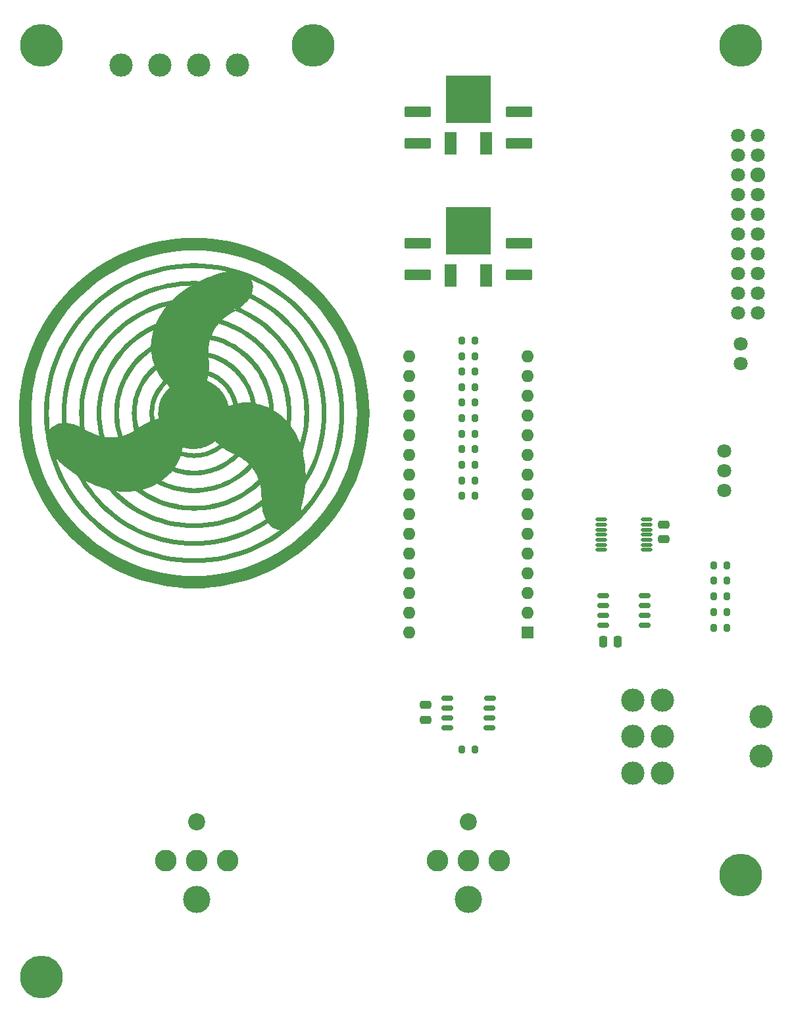
<source format=gbr>
%TF.GenerationSoftware,KiCad,Pcbnew,(6.0.4-0)*%
%TF.CreationDate,2023-05-19T08:40:51+01:00*%
%TF.ProjectId,fan-controller-pcb,66616e2d-636f-46e7-9472-6f6c6c65722d,rev?*%
%TF.SameCoordinates,Original*%
%TF.FileFunction,Soldermask,Top*%
%TF.FilePolarity,Negative*%
%FSLAX46Y46*%
G04 Gerber Fmt 4.6, Leading zero omitted, Abs format (unit mm)*
G04 Created by KiCad (PCBNEW (6.0.4-0)) date 2023-05-19 08:40:51*
%MOMM*%
%LPD*%
G01*
G04 APERTURE LIST*
G04 Aperture macros list*
%AMRoundRect*
0 Rectangle with rounded corners*
0 $1 Rounding radius*
0 $2 $3 $4 $5 $6 $7 $8 $9 X,Y pos of 4 corners*
0 Add a 4 corners polygon primitive as box body*
4,1,4,$2,$3,$4,$5,$6,$7,$8,$9,$2,$3,0*
0 Add four circle primitives for the rounded corners*
1,1,$1+$1,$2,$3*
1,1,$1+$1,$4,$5*
1,1,$1+$1,$6,$7*
1,1,$1+$1,$8,$9*
0 Add four rect primitives between the rounded corners*
20,1,$1+$1,$2,$3,$4,$5,0*
20,1,$1+$1,$4,$5,$6,$7,0*
20,1,$1+$1,$6,$7,$8,$9,0*
20,1,$1+$1,$8,$9,$2,$3,0*%
G04 Aperture macros list end*
%ADD10C,0.170000*%
%ADD11C,1.800000*%
%ADD12C,3.600000*%
%ADD13C,5.500000*%
%ADD14RoundRect,0.249999X1.450001X-0.450001X1.450001X0.450001X-1.450001X0.450001X-1.450001X-0.450001X0*%
%ADD15RoundRect,0.200000X-0.200000X-0.275000X0.200000X-0.275000X0.200000X0.275000X-0.200000X0.275000X0*%
%ADD16C,3.500000*%
%ADD17C,2.200000*%
%ADD18C,2.800000*%
%ADD19C,3.000000*%
%ADD20R,1.600000X3.000000*%
%ADD21R,5.800000X6.200000*%
%ADD22R,1.600000X1.600000*%
%ADD23O,1.600000X1.600000*%
%ADD24RoundRect,0.200000X0.200000X0.275000X-0.200000X0.275000X-0.200000X-0.275000X0.200000X-0.275000X0*%
%ADD25RoundRect,0.150000X0.625000X0.150000X-0.625000X0.150000X-0.625000X-0.150000X0.625000X-0.150000X0*%
%ADD26RoundRect,0.250000X-0.250000X-0.475000X0.250000X-0.475000X0.250000X0.475000X-0.250000X0.475000X0*%
%ADD27RoundRect,0.250000X0.475000X-0.250000X0.475000X0.250000X-0.475000X0.250000X-0.475000X-0.250000X0*%
%ADD28RoundRect,0.112500X-0.612500X-0.112500X0.612500X-0.112500X0.612500X0.112500X-0.612500X0.112500X0*%
%ADD29RoundRect,0.250000X-0.475000X0.250000X-0.475000X-0.250000X0.475000X-0.250000X0.475000X0.250000X0*%
%ADD30C,1.900000*%
G04 APERTURE END LIST*
D10*
G36*
X90241256Y-82751034D02*
G01*
X90402835Y-82840063D01*
X90291988Y-82956312D01*
X90016416Y-83219079D01*
X89728541Y-83468536D01*
X89428865Y-83704182D01*
X89117893Y-83925514D01*
X88796125Y-84132028D01*
X88464065Y-84323223D01*
X88122217Y-84498595D01*
X87771082Y-84657642D01*
X87411164Y-84799860D01*
X87042965Y-84924747D01*
X86666988Y-85031800D01*
X86283737Y-85120517D01*
X85893713Y-85190394D01*
X85497419Y-85240928D01*
X85095359Y-85271618D01*
X84688035Y-85281959D01*
X84280731Y-85271618D01*
X83878688Y-85240928D01*
X83482410Y-85190394D01*
X83092399Y-85120517D01*
X82709157Y-85031800D01*
X82333189Y-84924747D01*
X81964997Y-84799860D01*
X81809451Y-84738396D01*
X81927499Y-84593366D01*
X82088517Y-84368989D01*
X82120281Y-84381563D01*
X82467629Y-84499615D01*
X82822265Y-84600818D01*
X83183711Y-84684692D01*
X83551490Y-84750759D01*
X83925122Y-84798542D01*
X84304129Y-84827563D01*
X84688035Y-84837342D01*
X85073664Y-84827563D01*
X85454178Y-84798542D01*
X85829112Y-84750759D01*
X86197996Y-84684692D01*
X86560365Y-84600818D01*
X86915749Y-84499615D01*
X87263683Y-84381563D01*
X87603697Y-84247138D01*
X87935326Y-84096820D01*
X88258101Y-83931085D01*
X88571555Y-83750413D01*
X88875220Y-83555281D01*
X89168629Y-83346167D01*
X89451315Y-83123550D01*
X89722809Y-82887907D01*
X89982645Y-82639717D01*
X89997501Y-82624109D01*
X90241256Y-82751034D01*
G37*
X90241256Y-82751034D02*
X90402835Y-82840063D01*
X90291988Y-82956312D01*
X90016416Y-83219079D01*
X89728541Y-83468536D01*
X89428865Y-83704182D01*
X89117893Y-83925514D01*
X88796125Y-84132028D01*
X88464065Y-84323223D01*
X88122217Y-84498595D01*
X87771082Y-84657642D01*
X87411164Y-84799860D01*
X87042965Y-84924747D01*
X86666988Y-85031800D01*
X86283737Y-85120517D01*
X85893713Y-85190394D01*
X85497419Y-85240928D01*
X85095359Y-85271618D01*
X84688035Y-85281959D01*
X84280731Y-85271618D01*
X83878688Y-85240928D01*
X83482410Y-85190394D01*
X83092399Y-85120517D01*
X82709157Y-85031800D01*
X82333189Y-84924747D01*
X81964997Y-84799860D01*
X81809451Y-84738396D01*
X81927499Y-84593366D01*
X82088517Y-84368989D01*
X82120281Y-84381563D01*
X82467629Y-84499615D01*
X82822265Y-84600818D01*
X83183711Y-84684692D01*
X83551490Y-84750759D01*
X83925122Y-84798542D01*
X84304129Y-84827563D01*
X84688035Y-84837342D01*
X85073664Y-84827563D01*
X85454178Y-84798542D01*
X85829112Y-84750759D01*
X86197996Y-84684692D01*
X86560365Y-84600818D01*
X86915749Y-84499615D01*
X87263683Y-84381563D01*
X87603697Y-84247138D01*
X87935326Y-84096820D01*
X88258101Y-83931085D01*
X88571555Y-83750413D01*
X88875220Y-83555281D01*
X89168629Y-83346167D01*
X89451315Y-83123550D01*
X89722809Y-82887907D01*
X89982645Y-82639717D01*
X89997501Y-82624109D01*
X90241256Y-82751034D01*
G36*
X68321257Y-78711672D02*
G01*
X68535401Y-78735726D01*
X68747160Y-78772189D01*
X68955061Y-78820551D01*
X69157630Y-78880303D01*
X69355564Y-78949276D01*
X69550722Y-79025021D01*
X69743500Y-79106602D01*
X69934294Y-79193084D01*
X70099460Y-79273616D01*
X70140141Y-79592499D01*
X70270005Y-80316979D01*
X70434872Y-81028796D01*
X70633805Y-81727022D01*
X70865863Y-82410730D01*
X71130109Y-83078990D01*
X71425604Y-83730876D01*
X71751409Y-84365459D01*
X72106587Y-84981812D01*
X72490198Y-85579006D01*
X72901304Y-86156114D01*
X73338966Y-86712208D01*
X73697878Y-87126027D01*
X73603831Y-87105194D01*
X73215795Y-87003469D01*
X72832428Y-86887266D01*
X72454371Y-86754070D01*
X72081754Y-86608634D01*
X71714578Y-86451413D01*
X71352842Y-86282859D01*
X70996547Y-86103426D01*
X70645693Y-85913567D01*
X69727753Y-85352543D01*
X69625784Y-85285966D01*
X69400378Y-84713871D01*
X69060503Y-83962901D01*
X68756608Y-83193204D01*
X68489762Y-82405860D01*
X68261036Y-81601949D01*
X68071497Y-80782552D01*
X67922217Y-79948749D01*
X67814263Y-79101619D01*
X67891706Y-78702832D01*
X68321257Y-78711672D01*
G37*
X68321257Y-78711672D02*
X68535401Y-78735726D01*
X68747160Y-78772189D01*
X68955061Y-78820551D01*
X69157630Y-78880303D01*
X69355564Y-78949276D01*
X69550722Y-79025021D01*
X69743500Y-79106602D01*
X69934294Y-79193084D01*
X70099460Y-79273616D01*
X70140141Y-79592499D01*
X70270005Y-80316979D01*
X70434872Y-81028796D01*
X70633805Y-81727022D01*
X70865863Y-82410730D01*
X71130109Y-83078990D01*
X71425604Y-83730876D01*
X71751409Y-84365459D01*
X72106587Y-84981812D01*
X72490198Y-85579006D01*
X72901304Y-86156114D01*
X73338966Y-86712208D01*
X73697878Y-87126027D01*
X73603831Y-87105194D01*
X73215795Y-87003469D01*
X72832428Y-86887266D01*
X72454371Y-86754070D01*
X72081754Y-86608634D01*
X71714578Y-86451413D01*
X71352842Y-86282859D01*
X70996547Y-86103426D01*
X70645693Y-85913567D01*
X69727753Y-85352543D01*
X69625784Y-85285966D01*
X69400378Y-84713871D01*
X69060503Y-83962901D01*
X68756608Y-83193204D01*
X68489762Y-82405860D01*
X68261036Y-81601949D01*
X68071497Y-80782552D01*
X67922217Y-79948749D01*
X67814263Y-79101619D01*
X67891706Y-78702832D01*
X68321257Y-78711672D01*
G36*
X79777592Y-66018268D02*
G01*
X79638437Y-66390273D01*
X79611734Y-66473835D01*
X79489216Y-66529383D01*
X78971489Y-66795202D01*
X78468551Y-67084990D01*
X77981167Y-67397980D01*
X77510101Y-67733409D01*
X77056119Y-68090511D01*
X76619985Y-68468521D01*
X76202464Y-68866674D01*
X75804321Y-69284205D01*
X75426321Y-69720350D01*
X75069230Y-70174343D01*
X74733811Y-70645418D01*
X74420830Y-71132812D01*
X74131052Y-71635760D01*
X73865241Y-72153495D01*
X73624163Y-72685254D01*
X73408582Y-73230271D01*
X73219264Y-73787781D01*
X73056973Y-74357019D01*
X72922474Y-74937221D01*
X72816533Y-75527620D01*
X72739913Y-76127453D01*
X72693380Y-76735955D01*
X72677699Y-77352359D01*
X72693380Y-77968764D01*
X72739913Y-78577265D01*
X72816533Y-79177098D01*
X72922474Y-79767498D01*
X73056973Y-80347700D01*
X73097760Y-80490759D01*
X72958238Y-80468259D01*
X72706862Y-80415270D01*
X72609305Y-80389699D01*
X72486432Y-79858866D01*
X72376677Y-79246225D01*
X72297303Y-78623733D01*
X72249099Y-77992181D01*
X72232855Y-77352359D01*
X72249099Y-76712558D01*
X72297303Y-76081025D01*
X72376677Y-75458552D01*
X72486432Y-74845927D01*
X72625778Y-74243941D01*
X72793926Y-73653382D01*
X72990086Y-73075042D01*
X73213468Y-72509709D01*
X73463282Y-71958173D01*
X73738739Y-71421224D01*
X74039049Y-70899651D01*
X74363422Y-70394245D01*
X74711069Y-69905795D01*
X75081199Y-69435090D01*
X75473024Y-68982921D01*
X75885753Y-68550077D01*
X76318597Y-68137347D01*
X76770766Y-67745522D01*
X77241471Y-67375392D01*
X77729921Y-67027745D01*
X78235327Y-66703372D01*
X78756900Y-66403062D01*
X79293849Y-66127605D01*
X79836027Y-65882029D01*
X79777592Y-66018268D01*
G37*
X79777592Y-66018268D02*
X79638437Y-66390273D01*
X79611734Y-66473835D01*
X79489216Y-66529383D01*
X78971489Y-66795202D01*
X78468551Y-67084990D01*
X77981167Y-67397980D01*
X77510101Y-67733409D01*
X77056119Y-68090511D01*
X76619985Y-68468521D01*
X76202464Y-68866674D01*
X75804321Y-69284205D01*
X75426321Y-69720350D01*
X75069230Y-70174343D01*
X74733811Y-70645418D01*
X74420830Y-71132812D01*
X74131052Y-71635760D01*
X73865241Y-72153495D01*
X73624163Y-72685254D01*
X73408582Y-73230271D01*
X73219264Y-73787781D01*
X73056973Y-74357019D01*
X72922474Y-74937221D01*
X72816533Y-75527620D01*
X72739913Y-76127453D01*
X72693380Y-76735955D01*
X72677699Y-77352359D01*
X72693380Y-77968764D01*
X72739913Y-78577265D01*
X72816533Y-79177098D01*
X72922474Y-79767498D01*
X73056973Y-80347700D01*
X73097760Y-80490759D01*
X72958238Y-80468259D01*
X72706862Y-80415270D01*
X72609305Y-80389699D01*
X72486432Y-79858866D01*
X72376677Y-79246225D01*
X72297303Y-78623733D01*
X72249099Y-77992181D01*
X72232855Y-77352359D01*
X72249099Y-76712558D01*
X72297303Y-76081025D01*
X72376677Y-75458552D01*
X72486432Y-74845927D01*
X72625778Y-74243941D01*
X72793926Y-73653382D01*
X72990086Y-73075042D01*
X73213468Y-72509709D01*
X73463282Y-71958173D01*
X73738739Y-71421224D01*
X74039049Y-70899651D01*
X74363422Y-70394245D01*
X74711069Y-69905795D01*
X75081199Y-69435090D01*
X75473024Y-68982921D01*
X75885753Y-68550077D01*
X76318597Y-68137347D01*
X76770766Y-67745522D01*
X77241471Y-67375392D01*
X77729921Y-67027745D01*
X78235327Y-66703372D01*
X78756900Y-66403062D01*
X79293849Y-66127605D01*
X79836027Y-65882029D01*
X79777592Y-66018268D01*
G36*
X62330612Y-75056944D02*
G01*
X62473719Y-73933186D01*
X62671608Y-72827289D01*
X62922858Y-71740671D01*
X63226049Y-70674754D01*
X63579761Y-69630958D01*
X63982574Y-68610701D01*
X64433068Y-67615405D01*
X64929822Y-66646489D01*
X65471417Y-65705373D01*
X66056433Y-64793478D01*
X66683448Y-63912223D01*
X67351044Y-63063028D01*
X68057800Y-62247314D01*
X68802295Y-61466500D01*
X69583111Y-60722007D01*
X70398826Y-60015254D01*
X71248021Y-59347662D01*
X72129275Y-58720650D01*
X73041168Y-58135639D01*
X73982281Y-57594049D01*
X74951193Y-57097298D01*
X75946483Y-56646809D01*
X76966733Y-56244000D01*
X78010521Y-55890292D01*
X79076427Y-55587105D01*
X80163033Y-55335858D01*
X81268916Y-55137972D01*
X82392658Y-54994866D01*
X83532837Y-54907962D01*
X84688035Y-54878678D01*
X85843253Y-54907962D01*
X86983452Y-54994866D01*
X88107211Y-55137972D01*
X89213112Y-55335858D01*
X90299732Y-55587105D01*
X91365653Y-55890292D01*
X92409455Y-56244000D01*
X93429717Y-56646809D01*
X94425019Y-57097298D01*
X95393941Y-57594049D01*
X96335063Y-58135639D01*
X97246965Y-58720650D01*
X98128227Y-59347662D01*
X98977429Y-60015254D01*
X99793151Y-60722007D01*
X100573972Y-61466500D01*
X101318473Y-62247314D01*
X102025233Y-63063028D01*
X102692833Y-63912223D01*
X103319852Y-64793478D01*
X103904870Y-65705373D01*
X104446467Y-66646489D01*
X104943224Y-67615405D01*
X105393719Y-68610701D01*
X105796533Y-69630958D01*
X106150246Y-70674754D01*
X106453438Y-71740671D01*
X106704688Y-72827289D01*
X106902577Y-73933186D01*
X107045685Y-75056944D01*
X107132591Y-76197141D01*
X107161875Y-77352359D01*
X107132536Y-78507578D01*
X107045472Y-79647777D01*
X106902115Y-80771536D01*
X106703895Y-81877437D01*
X106452243Y-82964058D01*
X106148589Y-84029979D01*
X105794364Y-85073780D01*
X105390999Y-86094042D01*
X104939925Y-87089344D01*
X104442572Y-88058267D01*
X103900371Y-88999389D01*
X103314753Y-89911291D01*
X102687148Y-90792553D01*
X102018987Y-91641755D01*
X101311701Y-92457476D01*
X100566720Y-93238298D01*
X99785476Y-93982798D01*
X98969398Y-94689558D01*
X98119919Y-95357158D01*
X97238467Y-95984177D01*
X96326475Y-96569195D01*
X95385372Y-97110792D01*
X94416590Y-97607548D01*
X93421558Y-98058044D01*
X92401709Y-98460858D01*
X91358472Y-98814571D01*
X90293279Y-99117762D01*
X89207559Y-99369013D01*
X88102745Y-99566902D01*
X86980265Y-99710009D01*
X85841552Y-99796915D01*
X84688035Y-99826199D01*
X83532837Y-99796915D01*
X82392658Y-99710009D01*
X81268916Y-99566902D01*
X80163033Y-99369013D01*
X79076427Y-99117762D01*
X78010521Y-98814571D01*
X76966733Y-98460858D01*
X75946483Y-98058044D01*
X74951193Y-97607548D01*
X73982281Y-97110792D01*
X73041168Y-96569195D01*
X72129275Y-95984177D01*
X71248021Y-95357158D01*
X70398826Y-94689558D01*
X69583111Y-93982798D01*
X68802295Y-93238298D01*
X68057800Y-92457476D01*
X67351044Y-91641755D01*
X66683448Y-90792553D01*
X66056433Y-89911291D01*
X65471417Y-88999389D01*
X64929822Y-88058267D01*
X64433068Y-87089344D01*
X63982574Y-86094042D01*
X63579761Y-85073780D01*
X63226049Y-84029979D01*
X62922858Y-82964058D01*
X62671608Y-81877437D01*
X62473719Y-80771536D01*
X62330612Y-79647777D01*
X62243706Y-78507578D01*
X62214422Y-77352359D01*
X63645658Y-77352359D01*
X63673087Y-78433704D01*
X63754487Y-79501024D01*
X63888525Y-80552988D01*
X64073870Y-81588266D01*
X64309192Y-82605524D01*
X64593157Y-83603433D01*
X64924434Y-84580659D01*
X65301693Y-85535872D01*
X65723600Y-86467740D01*
X66188826Y-87374932D01*
X66696037Y-88256115D01*
X67243903Y-89109959D01*
X67831092Y-89935132D01*
X68456273Y-90730302D01*
X69118113Y-91494138D01*
X69815281Y-92225308D01*
X70546446Y-92922481D01*
X71310276Y-93584326D01*
X72105440Y-94209509D01*
X72930605Y-94796701D01*
X73784440Y-95344570D01*
X74665615Y-95851784D01*
X75572796Y-96317011D01*
X76504653Y-96738920D01*
X77459853Y-97116179D01*
X78437066Y-97447457D01*
X79434960Y-97731423D01*
X80452203Y-97966744D01*
X81487464Y-98152090D01*
X82539410Y-98286128D01*
X83606711Y-98367527D01*
X84688035Y-98394956D01*
X85769379Y-98367527D01*
X86836700Y-98286128D01*
X87888664Y-98152090D01*
X88923942Y-97966744D01*
X89941201Y-97731423D01*
X90939109Y-97447457D01*
X91916336Y-97116179D01*
X92871549Y-96738920D01*
X93803417Y-96317011D01*
X94710609Y-95851784D01*
X95591793Y-95344570D01*
X96445637Y-94796701D01*
X97270810Y-94209509D01*
X98065981Y-93584326D01*
X98829817Y-92922481D01*
X99560987Y-92225308D01*
X100258161Y-91494138D01*
X100920005Y-90730302D01*
X101545189Y-89935132D01*
X102132382Y-89109959D01*
X102680250Y-88256115D01*
X103187464Y-87374932D01*
X103652692Y-86467740D01*
X104074601Y-85535872D01*
X104451860Y-84580659D01*
X104783139Y-83603433D01*
X105067105Y-82605524D01*
X105302426Y-81588266D01*
X105487772Y-80552988D01*
X105621810Y-79501024D01*
X105703210Y-78433704D01*
X105730639Y-77352359D01*
X105703210Y-76271015D01*
X105621810Y-75203697D01*
X105487772Y-74151734D01*
X105302426Y-73116459D01*
X105067105Y-72099204D01*
X104783139Y-71101299D01*
X104451860Y-70124077D01*
X104074601Y-69168868D01*
X103652692Y-68237005D01*
X103187464Y-67329819D01*
X102680250Y-66448640D01*
X102132382Y-65594802D01*
X101545189Y-64769635D01*
X100920005Y-63974471D01*
X100258161Y-63210640D01*
X99560987Y-62479476D01*
X98829817Y-61782309D01*
X98065981Y-61120471D01*
X97270810Y-60495293D01*
X96445637Y-59908107D01*
X95591793Y-59360244D01*
X94710609Y-58853035D01*
X93803417Y-58387813D01*
X92871549Y-57965909D01*
X91916336Y-57588654D01*
X90939109Y-57257379D01*
X89941201Y-56973417D01*
X88923942Y-56738099D01*
X87888664Y-56552755D01*
X86836700Y-56418719D01*
X85769379Y-56337320D01*
X84688035Y-56309892D01*
X83606711Y-56337320D01*
X82539410Y-56418719D01*
X81487464Y-56552755D01*
X80452203Y-56738099D01*
X79434960Y-56973417D01*
X78437066Y-57257379D01*
X77459853Y-57588654D01*
X76504653Y-57965909D01*
X75572796Y-58387813D01*
X74665615Y-58853035D01*
X73784440Y-59360244D01*
X72930605Y-59908107D01*
X72105440Y-60495293D01*
X71310276Y-61120471D01*
X70546446Y-61782309D01*
X69815281Y-62479476D01*
X69118113Y-63210640D01*
X68456273Y-63974471D01*
X67831092Y-64769635D01*
X67243903Y-65594802D01*
X66696037Y-66448640D01*
X66188826Y-67329819D01*
X65723600Y-68237005D01*
X65301693Y-69168868D01*
X64924434Y-70124077D01*
X64593157Y-71101299D01*
X64309192Y-72099204D01*
X64073870Y-73116459D01*
X63888525Y-74151734D01*
X63754487Y-75203697D01*
X63673087Y-76271015D01*
X63645658Y-77352359D01*
X62214422Y-77352359D01*
X62243706Y-76197141D01*
X62330612Y-75056944D01*
G37*
X62330612Y-75056944D02*
X62473719Y-73933186D01*
X62671608Y-72827289D01*
X62922858Y-71740671D01*
X63226049Y-70674754D01*
X63579761Y-69630958D01*
X63982574Y-68610701D01*
X64433068Y-67615405D01*
X64929822Y-66646489D01*
X65471417Y-65705373D01*
X66056433Y-64793478D01*
X66683448Y-63912223D01*
X67351044Y-63063028D01*
X68057800Y-62247314D01*
X68802295Y-61466500D01*
X69583111Y-60722007D01*
X70398826Y-60015254D01*
X71248021Y-59347662D01*
X72129275Y-58720650D01*
X73041168Y-58135639D01*
X73982281Y-57594049D01*
X74951193Y-57097298D01*
X75946483Y-56646809D01*
X76966733Y-56244000D01*
X78010521Y-55890292D01*
X79076427Y-55587105D01*
X80163033Y-55335858D01*
X81268916Y-55137972D01*
X82392658Y-54994866D01*
X83532837Y-54907962D01*
X84688035Y-54878678D01*
X85843253Y-54907962D01*
X86983452Y-54994866D01*
X88107211Y-55137972D01*
X89213112Y-55335858D01*
X90299732Y-55587105D01*
X91365653Y-55890292D01*
X92409455Y-56244000D01*
X93429717Y-56646809D01*
X94425019Y-57097298D01*
X95393941Y-57594049D01*
X96335063Y-58135639D01*
X97246965Y-58720650D01*
X98128227Y-59347662D01*
X98977429Y-60015254D01*
X99793151Y-60722007D01*
X100573972Y-61466500D01*
X101318473Y-62247314D01*
X102025233Y-63063028D01*
X102692833Y-63912223D01*
X103319852Y-64793478D01*
X103904870Y-65705373D01*
X104446467Y-66646489D01*
X104943224Y-67615405D01*
X105393719Y-68610701D01*
X105796533Y-69630958D01*
X106150246Y-70674754D01*
X106453438Y-71740671D01*
X106704688Y-72827289D01*
X106902577Y-73933186D01*
X107045685Y-75056944D01*
X107132591Y-76197141D01*
X107161875Y-77352359D01*
X107132536Y-78507578D01*
X107045472Y-79647777D01*
X106902115Y-80771536D01*
X106703895Y-81877437D01*
X106452243Y-82964058D01*
X106148589Y-84029979D01*
X105794364Y-85073780D01*
X105390999Y-86094042D01*
X104939925Y-87089344D01*
X104442572Y-88058267D01*
X103900371Y-88999389D01*
X103314753Y-89911291D01*
X102687148Y-90792553D01*
X102018987Y-91641755D01*
X101311701Y-92457476D01*
X100566720Y-93238298D01*
X99785476Y-93982798D01*
X98969398Y-94689558D01*
X98119919Y-95357158D01*
X97238467Y-95984177D01*
X96326475Y-96569195D01*
X95385372Y-97110792D01*
X94416590Y-97607548D01*
X93421558Y-98058044D01*
X92401709Y-98460858D01*
X91358472Y-98814571D01*
X90293279Y-99117762D01*
X89207559Y-99369013D01*
X88102745Y-99566902D01*
X86980265Y-99710009D01*
X85841552Y-99796915D01*
X84688035Y-99826199D01*
X83532837Y-99796915D01*
X82392658Y-99710009D01*
X81268916Y-99566902D01*
X80163033Y-99369013D01*
X79076427Y-99117762D01*
X78010521Y-98814571D01*
X76966733Y-98460858D01*
X75946483Y-98058044D01*
X74951193Y-97607548D01*
X73982281Y-97110792D01*
X73041168Y-96569195D01*
X72129275Y-95984177D01*
X71248021Y-95357158D01*
X70398826Y-94689558D01*
X69583111Y-93982798D01*
X68802295Y-93238298D01*
X68057800Y-92457476D01*
X67351044Y-91641755D01*
X66683448Y-90792553D01*
X66056433Y-89911291D01*
X65471417Y-88999389D01*
X64929822Y-88058267D01*
X64433068Y-87089344D01*
X63982574Y-86094042D01*
X63579761Y-85073780D01*
X63226049Y-84029979D01*
X62922858Y-82964058D01*
X62671608Y-81877437D01*
X62473719Y-80771536D01*
X62330612Y-79647777D01*
X62243706Y-78507578D01*
X62214422Y-77352359D01*
X63645658Y-77352359D01*
X63673087Y-78433704D01*
X63754487Y-79501024D01*
X63888525Y-80552988D01*
X64073870Y-81588266D01*
X64309192Y-82605524D01*
X64593157Y-83603433D01*
X64924434Y-84580659D01*
X65301693Y-85535872D01*
X65723600Y-86467740D01*
X66188826Y-87374932D01*
X66696037Y-88256115D01*
X67243903Y-89109959D01*
X67831092Y-89935132D01*
X68456273Y-90730302D01*
X69118113Y-91494138D01*
X69815281Y-92225308D01*
X70546446Y-92922481D01*
X71310276Y-93584326D01*
X72105440Y-94209509D01*
X72930605Y-94796701D01*
X73784440Y-95344570D01*
X74665615Y-95851784D01*
X75572796Y-96317011D01*
X76504653Y-96738920D01*
X77459853Y-97116179D01*
X78437066Y-97447457D01*
X79434960Y-97731423D01*
X80452203Y-97966744D01*
X81487464Y-98152090D01*
X82539410Y-98286128D01*
X83606711Y-98367527D01*
X84688035Y-98394956D01*
X85769379Y-98367527D01*
X86836700Y-98286128D01*
X87888664Y-98152090D01*
X88923942Y-97966744D01*
X89941201Y-97731423D01*
X90939109Y-97447457D01*
X91916336Y-97116179D01*
X92871549Y-96738920D01*
X93803417Y-96317011D01*
X94710609Y-95851784D01*
X95591793Y-95344570D01*
X96445637Y-94796701D01*
X97270810Y-94209509D01*
X98065981Y-93584326D01*
X98829817Y-92922481D01*
X99560987Y-92225308D01*
X100258161Y-91494138D01*
X100920005Y-90730302D01*
X101545189Y-89935132D01*
X102132382Y-89109959D01*
X102680250Y-88256115D01*
X103187464Y-87374932D01*
X103652692Y-86467740D01*
X104074601Y-85535872D01*
X104451860Y-84580659D01*
X104783139Y-83603433D01*
X105067105Y-82605524D01*
X105302426Y-81588266D01*
X105487772Y-80552988D01*
X105621810Y-79501024D01*
X105703210Y-78433704D01*
X105730639Y-77352359D01*
X105703210Y-76271015D01*
X105621810Y-75203697D01*
X105487772Y-74151734D01*
X105302426Y-73116459D01*
X105067105Y-72099204D01*
X104783139Y-71101299D01*
X104451860Y-70124077D01*
X104074601Y-69168868D01*
X103652692Y-68237005D01*
X103187464Y-67329819D01*
X102680250Y-66448640D01*
X102132382Y-65594802D01*
X101545189Y-64769635D01*
X100920005Y-63974471D01*
X100258161Y-63210640D01*
X99560987Y-62479476D01*
X98829817Y-61782309D01*
X98065981Y-61120471D01*
X97270810Y-60495293D01*
X96445637Y-59908107D01*
X95591793Y-59360244D01*
X94710609Y-58853035D01*
X93803417Y-58387813D01*
X92871549Y-57965909D01*
X91916336Y-57588654D01*
X90939109Y-57257379D01*
X89941201Y-56973417D01*
X88923942Y-56738099D01*
X87888664Y-56552755D01*
X86836700Y-56418719D01*
X85769379Y-56337320D01*
X84688035Y-56309892D01*
X83606711Y-56337320D01*
X82539410Y-56418719D01*
X81487464Y-56552755D01*
X80452203Y-56738099D01*
X79434960Y-56973417D01*
X78437066Y-57257379D01*
X77459853Y-57588654D01*
X76504653Y-57965909D01*
X75572796Y-58387813D01*
X74665615Y-58853035D01*
X73784440Y-59360244D01*
X72930605Y-59908107D01*
X72105440Y-60495293D01*
X71310276Y-61120471D01*
X70546446Y-61782309D01*
X69815281Y-62479476D01*
X69118113Y-63210640D01*
X68456273Y-63974471D01*
X67831092Y-64769635D01*
X67243903Y-65594802D01*
X66696037Y-66448640D01*
X66188826Y-67329819D01*
X65723600Y-68237005D01*
X65301693Y-69168868D01*
X64924434Y-70124077D01*
X64593157Y-71101299D01*
X64309192Y-72099204D01*
X64073870Y-73116459D01*
X63888525Y-74151734D01*
X63754487Y-75203697D01*
X63673087Y-76271015D01*
X63645658Y-77352359D01*
X62214422Y-77352359D01*
X62243706Y-76197141D01*
X62330612Y-75056944D01*
G36*
X98609840Y-82458057D02*
G01*
X98690720Y-82844989D01*
X98766957Y-83237764D01*
X98829169Y-83632484D01*
X98877839Y-84028838D01*
X98913448Y-84426517D01*
X98936477Y-84825208D01*
X98947409Y-85224603D01*
X98946725Y-85624390D01*
X98943337Y-85739022D01*
X98824940Y-85944553D01*
X98394088Y-86615494D01*
X97932341Y-87263855D01*
X97440750Y-87888596D01*
X96920369Y-88488674D01*
X96372247Y-89063050D01*
X95797438Y-89610680D01*
X95196993Y-90130526D01*
X94571964Y-90621544D01*
X93982364Y-91040772D01*
X93974417Y-91027248D01*
X93876650Y-90834346D01*
X93790444Y-90635663D01*
X93716083Y-90432758D01*
X93653851Y-90227190D01*
X93604034Y-90020515D01*
X93564647Y-89813373D01*
X93532826Y-89605438D01*
X93507522Y-89396823D01*
X93487687Y-89187642D01*
X93484554Y-89139752D01*
X94033702Y-88707884D01*
X94567679Y-88245126D01*
X95078900Y-87757642D01*
X95566434Y-87246360D01*
X96029356Y-86712208D01*
X96466737Y-86156114D01*
X96877650Y-85579006D01*
X97261166Y-84981812D01*
X97616358Y-84365459D01*
X97942299Y-83730876D01*
X98238059Y-83078990D01*
X98502713Y-82410730D01*
X98557209Y-82250556D01*
X98609840Y-82458057D01*
G37*
X98609840Y-82458057D02*
X98690720Y-82844989D01*
X98766957Y-83237764D01*
X98829169Y-83632484D01*
X98877839Y-84028838D01*
X98913448Y-84426517D01*
X98936477Y-84825208D01*
X98947409Y-85224603D01*
X98946725Y-85624390D01*
X98943337Y-85739022D01*
X98824940Y-85944553D01*
X98394088Y-86615494D01*
X97932341Y-87263855D01*
X97440750Y-87888596D01*
X96920369Y-88488674D01*
X96372247Y-89063050D01*
X95797438Y-89610680D01*
X95196993Y-90130526D01*
X94571964Y-90621544D01*
X93982364Y-91040772D01*
X93974417Y-91027248D01*
X93876650Y-90834346D01*
X93790444Y-90635663D01*
X93716083Y-90432758D01*
X93653851Y-90227190D01*
X93604034Y-90020515D01*
X93564647Y-89813373D01*
X93532826Y-89605438D01*
X93507522Y-89396823D01*
X93487687Y-89187642D01*
X93484554Y-89139752D01*
X94033702Y-88707884D01*
X94567679Y-88245126D01*
X95078900Y-87757642D01*
X95566434Y-87246360D01*
X96029356Y-86712208D01*
X96466737Y-86156114D01*
X96877650Y-85579006D01*
X97261166Y-84981812D01*
X97616358Y-84365459D01*
X97942299Y-83730876D01*
X98238059Y-83078990D01*
X98502713Y-82410730D01*
X98557209Y-82250556D01*
X98609840Y-82458057D01*
G36*
X67814263Y-79101619D02*
G01*
X67922217Y-79948749D01*
X68071497Y-80782552D01*
X68261036Y-81601949D01*
X68489762Y-82405860D01*
X68756608Y-83193204D01*
X69060503Y-83962901D01*
X69400378Y-84713871D01*
X69727753Y-85352543D01*
X69625784Y-85285966D01*
X69296699Y-85058936D01*
X68973057Y-84823746D01*
X68654858Y-84580850D01*
X68342102Y-84330701D01*
X68034791Y-84073752D01*
X67732924Y-83810457D01*
X67436502Y-83541269D01*
X67227481Y-83343513D01*
X67022754Y-83140976D01*
X66922782Y-83037560D01*
X66824821Y-82932524D01*
X66729184Y-82825726D01*
X66723933Y-82819589D01*
X66221670Y-82140010D01*
X65855061Y-81221391D01*
X65832934Y-80226051D01*
X66054740Y-79653715D01*
X66101746Y-79576576D01*
X66163669Y-79491911D01*
X66229599Y-79411942D01*
X66299353Y-79336605D01*
X66372746Y-79265836D01*
X66449594Y-79199572D01*
X66529713Y-79137749D01*
X66612919Y-79080303D01*
X66699027Y-79027171D01*
X66787854Y-78978289D01*
X66879216Y-78933592D01*
X67068805Y-78856502D01*
X67266322Y-78795391D01*
X67470294Y-78749749D01*
X67679246Y-78719066D01*
X67784468Y-78711026D01*
X67814263Y-79101619D01*
G37*
X67814263Y-79101619D02*
X67922217Y-79948749D01*
X68071497Y-80782552D01*
X68261036Y-81601949D01*
X68489762Y-82405860D01*
X68756608Y-83193204D01*
X69060503Y-83962901D01*
X69400378Y-84713871D01*
X69727753Y-85352543D01*
X69625784Y-85285966D01*
X69296699Y-85058936D01*
X68973057Y-84823746D01*
X68654858Y-84580850D01*
X68342102Y-84330701D01*
X68034791Y-84073752D01*
X67732924Y-83810457D01*
X67436502Y-83541269D01*
X67227481Y-83343513D01*
X67022754Y-83140976D01*
X66922782Y-83037560D01*
X66824821Y-82932524D01*
X66729184Y-82825726D01*
X66723933Y-82819589D01*
X66221670Y-82140010D01*
X65855061Y-81221391D01*
X65832934Y-80226051D01*
X66054740Y-79653715D01*
X66101746Y-79576576D01*
X66163669Y-79491911D01*
X66229599Y-79411942D01*
X66299353Y-79336605D01*
X66372746Y-79265836D01*
X66449594Y-79199572D01*
X66529713Y-79137749D01*
X66612919Y-79080303D01*
X66699027Y-79027171D01*
X66787854Y-78978289D01*
X66879216Y-78933592D01*
X67068805Y-78856502D01*
X67266322Y-78795391D01*
X67470294Y-78749749D01*
X67679246Y-78719066D01*
X67784468Y-78711026D01*
X67814263Y-79101619D01*
G36*
X97159878Y-79206670D02*
G01*
X97382786Y-79536518D01*
X97590707Y-79876337D01*
X97783442Y-80225219D01*
X97960792Y-80582258D01*
X98122560Y-80946546D01*
X98268548Y-81317177D01*
X98339119Y-81521314D01*
X98318833Y-81592604D01*
X98502713Y-82410730D01*
X98238059Y-83078990D01*
X97942299Y-83730876D01*
X97616358Y-84365459D01*
X97261166Y-84981812D01*
X96877650Y-85579006D01*
X96466737Y-86156114D01*
X96029356Y-86712208D01*
X95566434Y-87246360D01*
X95078900Y-87757642D01*
X94567679Y-88245126D01*
X93484554Y-89139752D01*
X93453239Y-88606015D01*
X93442079Y-88347516D01*
X93424844Y-87927000D01*
X93400142Y-87507390D01*
X93382371Y-87298208D01*
X93359590Y-87089593D01*
X93330750Y-86881658D01*
X93294804Y-86674516D01*
X93241328Y-86422107D01*
X93235068Y-86398417D01*
X93490517Y-86154840D01*
X93903251Y-85721990D01*
X94295080Y-85269814D01*
X94665214Y-84799103D01*
X95012864Y-84310645D01*
X95337240Y-83805230D01*
X95637552Y-83283648D01*
X95913011Y-82746688D01*
X96162826Y-82195141D01*
X96386209Y-81629795D01*
X96582370Y-81051441D01*
X96750518Y-80460868D01*
X96889865Y-79858866D01*
X96999620Y-79246225D01*
X97027342Y-79028817D01*
X97159878Y-79206670D01*
G37*
X97159878Y-79206670D02*
X97382786Y-79536518D01*
X97590707Y-79876337D01*
X97783442Y-80225219D01*
X97960792Y-80582258D01*
X98122560Y-80946546D01*
X98268548Y-81317177D01*
X98339119Y-81521314D01*
X98318833Y-81592604D01*
X98502713Y-82410730D01*
X98238059Y-83078990D01*
X97942299Y-83730876D01*
X97616358Y-84365459D01*
X97261166Y-84981812D01*
X96877650Y-85579006D01*
X96466737Y-86156114D01*
X96029356Y-86712208D01*
X95566434Y-87246360D01*
X95078900Y-87757642D01*
X94567679Y-88245126D01*
X93484554Y-89139752D01*
X93453239Y-88606015D01*
X93442079Y-88347516D01*
X93424844Y-87927000D01*
X93400142Y-87507390D01*
X93382371Y-87298208D01*
X93359590Y-87089593D01*
X93330750Y-86881658D01*
X93294804Y-86674516D01*
X93241328Y-86422107D01*
X93235068Y-86398417D01*
X93490517Y-86154840D01*
X93903251Y-85721990D01*
X94295080Y-85269814D01*
X94665214Y-84799103D01*
X95012864Y-84310645D01*
X95337240Y-83805230D01*
X95637552Y-83283648D01*
X95913011Y-82746688D01*
X96162826Y-82195141D01*
X96386209Y-81629795D01*
X96582370Y-81051441D01*
X96750518Y-80460868D01*
X96889865Y-79858866D01*
X96999620Y-79246225D01*
X97027342Y-79028817D01*
X97159878Y-79206670D01*
G36*
X85536938Y-60857111D02*
G01*
X86374930Y-60921000D01*
X87200961Y-61026210D01*
X88013978Y-61171698D01*
X88812930Y-61356425D01*
X89596764Y-61579348D01*
X90364430Y-61839428D01*
X91114874Y-62135622D01*
X91763609Y-62429139D01*
X91751766Y-62450050D01*
X91634459Y-62630354D01*
X91506497Y-62803746D01*
X91369070Y-62969234D01*
X91223367Y-63125826D01*
X91070577Y-63272532D01*
X90912247Y-63407296D01*
X90749525Y-63536507D01*
X90583007Y-63660958D01*
X90413287Y-63781443D01*
X90401195Y-63789544D01*
X89583492Y-63946486D01*
X88921180Y-63721787D01*
X88245000Y-63529179D01*
X87555863Y-63369566D01*
X86854685Y-63243851D01*
X86142378Y-63152936D01*
X85419857Y-63097725D01*
X84688035Y-63079120D01*
X83954531Y-63097725D01*
X83230544Y-63152936D01*
X82516975Y-63243851D01*
X81203852Y-63622782D01*
X82016827Y-62734378D01*
X82309313Y-62460208D01*
X82611095Y-62200868D01*
X82921465Y-61952184D01*
X83239944Y-61713927D01*
X83566048Y-61485873D01*
X83899295Y-61267793D01*
X84239205Y-61059462D01*
X84585293Y-60860652D01*
X84629052Y-60837079D01*
X84688035Y-60835583D01*
X85536938Y-60857111D01*
G37*
X85536938Y-60857111D02*
X86374930Y-60921000D01*
X87200961Y-61026210D01*
X88013978Y-61171698D01*
X88812930Y-61356425D01*
X89596764Y-61579348D01*
X90364430Y-61839428D01*
X91114874Y-62135622D01*
X91763609Y-62429139D01*
X91751766Y-62450050D01*
X91634459Y-62630354D01*
X91506497Y-62803746D01*
X91369070Y-62969234D01*
X91223367Y-63125826D01*
X91070577Y-63272532D01*
X90912247Y-63407296D01*
X90749525Y-63536507D01*
X90583007Y-63660958D01*
X90413287Y-63781443D01*
X90401195Y-63789544D01*
X89583492Y-63946486D01*
X88921180Y-63721787D01*
X88245000Y-63529179D01*
X87555863Y-63369566D01*
X86854685Y-63243851D01*
X86142378Y-63152936D01*
X85419857Y-63097725D01*
X84688035Y-63079120D01*
X83954531Y-63097725D01*
X83230544Y-63152936D01*
X82516975Y-63243851D01*
X81203852Y-63622782D01*
X82016827Y-62734378D01*
X82309313Y-62460208D01*
X82611095Y-62200868D01*
X82921465Y-61952184D01*
X83239944Y-61713927D01*
X83566048Y-61485873D01*
X83899295Y-61267793D01*
X84239205Y-61059462D01*
X84585293Y-60860652D01*
X84629052Y-60837079D01*
X84688035Y-60835583D01*
X85536938Y-60857111D01*
G36*
X70578355Y-79514203D02*
G01*
X70685573Y-79569328D01*
X71059626Y-79762549D01*
X71436852Y-79949197D01*
X71627646Y-80037719D01*
X71820423Y-80121793D01*
X72015580Y-80200483D01*
X72213514Y-80272856D01*
X72458432Y-80350154D01*
X72609305Y-80389699D01*
X72958238Y-80468259D01*
X73219264Y-80916938D01*
X73408582Y-81474448D01*
X73624163Y-82019465D01*
X73865241Y-82551224D01*
X74131052Y-83068959D01*
X74420830Y-83571907D01*
X74733811Y-84059301D01*
X75069230Y-84530377D01*
X75426321Y-84984369D01*
X75804321Y-85420514D01*
X76202464Y-85838045D01*
X76619985Y-86236199D01*
X77056119Y-86614209D01*
X77805353Y-87181549D01*
X77180208Y-87299112D01*
X76784534Y-87346808D01*
X76386651Y-87376202D01*
X75987324Y-87387718D01*
X75587316Y-87381783D01*
X75187393Y-87358820D01*
X74788319Y-87319255D01*
X74436511Y-87269915D01*
X73697878Y-87126027D01*
X73338966Y-86712208D01*
X72901304Y-86156114D01*
X72490198Y-85579006D01*
X72106587Y-84981812D01*
X71751409Y-84365459D01*
X71425604Y-83730876D01*
X71130109Y-83078990D01*
X70865863Y-82410730D01*
X70633805Y-81727022D01*
X70434872Y-81028796D01*
X70270005Y-80316979D01*
X70099460Y-79273616D01*
X70578355Y-79514203D01*
G37*
X70578355Y-79514203D02*
X70685573Y-79569328D01*
X71059626Y-79762549D01*
X71436852Y-79949197D01*
X71627646Y-80037719D01*
X71820423Y-80121793D01*
X72015580Y-80200483D01*
X72213514Y-80272856D01*
X72458432Y-80350154D01*
X72609305Y-80389699D01*
X72958238Y-80468259D01*
X73219264Y-80916938D01*
X73408582Y-81474448D01*
X73624163Y-82019465D01*
X73865241Y-82551224D01*
X74131052Y-83068959D01*
X74420830Y-83571907D01*
X74733811Y-84059301D01*
X75069230Y-84530377D01*
X75426321Y-84984369D01*
X75804321Y-85420514D01*
X76202464Y-85838045D01*
X76619985Y-86236199D01*
X77056119Y-86614209D01*
X77805353Y-87181549D01*
X77180208Y-87299112D01*
X76784534Y-87346808D01*
X76386651Y-87376202D01*
X75987324Y-87387718D01*
X75587316Y-87381783D01*
X75187393Y-87358820D01*
X74788319Y-87319255D01*
X74436511Y-87269915D01*
X73697878Y-87126027D01*
X73338966Y-86712208D01*
X72901304Y-86156114D01*
X72490198Y-85579006D01*
X72106587Y-84981812D01*
X71751409Y-84365459D01*
X71425604Y-83730876D01*
X71130109Y-83078990D01*
X70865863Y-82410730D01*
X70633805Y-81727022D01*
X70434872Y-81028796D01*
X70270005Y-80316979D01*
X70099460Y-79273616D01*
X70578355Y-79514203D01*
G36*
X85189062Y-67617403D02*
G01*
X85683580Y-67655102D01*
X86170972Y-67717180D01*
X86650623Y-67803021D01*
X86677430Y-67809220D01*
X86618880Y-68022289D01*
X86562571Y-68273786D01*
X86518445Y-68528008D01*
X86486756Y-68784500D01*
X86474656Y-68958571D01*
X86467008Y-69132641D01*
X86462913Y-69480780D01*
X86465942Y-69626379D01*
X86666988Y-69672918D01*
X87042965Y-69779971D01*
X87411164Y-69904859D01*
X87771082Y-70047077D01*
X88122217Y-70206123D01*
X88464065Y-70381495D01*
X88796125Y-70572690D01*
X89117893Y-70779205D01*
X89428865Y-71000536D01*
X89728541Y-71236182D01*
X90016416Y-71485640D01*
X90291988Y-71748406D01*
X90554754Y-72023978D01*
X90804212Y-72311853D01*
X91039858Y-72611529D01*
X91261190Y-72922502D01*
X91467704Y-73244269D01*
X91658899Y-73576329D01*
X91834271Y-73918177D01*
X91993318Y-74269312D01*
X92135536Y-74629230D01*
X92260423Y-74997429D01*
X92367476Y-75373406D01*
X92456193Y-75756658D01*
X92526069Y-76146682D01*
X92529728Y-76175374D01*
X92617835Y-76189592D01*
X93007439Y-76276393D01*
X93392055Y-76385945D01*
X93770320Y-76517654D01*
X94140876Y-76670925D01*
X94419709Y-76805325D01*
X94423218Y-76851353D01*
X94435921Y-77352359D01*
X94423218Y-77853385D01*
X94385519Y-78347901D01*
X94323441Y-78835290D01*
X94237600Y-79314936D01*
X94128612Y-79786224D01*
X93997093Y-80248536D01*
X93843660Y-80701258D01*
X93668928Y-81143772D01*
X93473515Y-81575463D01*
X93258035Y-81995715D01*
X93023106Y-82403911D01*
X92769343Y-82799435D01*
X92497363Y-83181671D01*
X92207782Y-83550004D01*
X91901217Y-83903816D01*
X91874189Y-83932161D01*
X91904931Y-83963032D01*
X92077406Y-84153719D01*
X92168638Y-84264792D01*
X91887625Y-84559119D01*
X91533203Y-84896635D01*
X91162999Y-85217022D01*
X90777667Y-85519638D01*
X90377857Y-85803843D01*
X89964220Y-86068995D01*
X89537409Y-86314454D01*
X89098075Y-86539578D01*
X88646870Y-86743727D01*
X88184444Y-86926258D01*
X87711450Y-87086532D01*
X87228539Y-87223908D01*
X86736363Y-87337743D01*
X86235573Y-87427398D01*
X85726820Y-87492230D01*
X85210757Y-87531600D01*
X84688035Y-87544866D01*
X84163631Y-87531600D01*
X83646100Y-87492230D01*
X83136083Y-87427398D01*
X82634220Y-87337743D01*
X82141154Y-87223908D01*
X81657524Y-87086532D01*
X81183972Y-86926258D01*
X80721139Y-86743727D01*
X80269665Y-86539578D01*
X79916465Y-86358647D01*
X80164026Y-86209469D01*
X80353240Y-86080314D01*
X79830193Y-86314454D01*
X79403363Y-86068995D01*
X78989816Y-85803843D01*
X78590193Y-85519638D01*
X78205135Y-85217022D01*
X77835284Y-84896635D01*
X77481280Y-84559119D01*
X77143764Y-84205115D01*
X76823377Y-83835263D01*
X76520761Y-83450205D01*
X76236557Y-83050582D01*
X75971405Y-82637035D01*
X75725946Y-82210204D01*
X75500822Y-81770732D01*
X75296674Y-81143772D01*
X75114142Y-80856425D01*
X74982197Y-80466576D01*
X75509287Y-80343695D01*
X75755647Y-80267039D01*
X75998150Y-80178936D01*
X76236228Y-80079445D01*
X76394479Y-80007917D01*
X76550293Y-79931517D01*
X76703954Y-79850809D01*
X76855745Y-79766363D01*
X77092417Y-79625639D01*
X77115667Y-79707289D01*
X77240560Y-80075488D01*
X77382784Y-80435406D01*
X77541838Y-80786541D01*
X77717217Y-81128390D01*
X77908419Y-81460449D01*
X78114940Y-81782217D01*
X78336279Y-82093190D01*
X78571932Y-82392865D01*
X78821395Y-82680740D01*
X79084167Y-82956312D01*
X79359744Y-83219079D01*
X79647623Y-83468536D01*
X79947302Y-83704182D01*
X80258277Y-83925514D01*
X80580046Y-84132028D01*
X80912105Y-84323223D01*
X81253952Y-84498595D01*
X81605084Y-84657642D01*
X81809451Y-84738396D01*
X81675896Y-84902478D01*
X81405706Y-85196856D01*
X81118178Y-85475621D01*
X80814558Y-85737897D01*
X80496092Y-85982805D01*
X80353240Y-86080314D01*
X80465074Y-86137655D01*
X80896753Y-86333060D01*
X81339255Y-86507785D01*
X81791963Y-86661211D01*
X82254261Y-86792724D01*
X82725533Y-86901707D01*
X83205163Y-86987544D01*
X83692534Y-87049619D01*
X84187030Y-87087316D01*
X84688035Y-87100019D01*
X85189062Y-87087316D01*
X85683580Y-87049619D01*
X86170972Y-86987544D01*
X86650623Y-86901707D01*
X87121915Y-86792724D01*
X87584234Y-86661211D01*
X88036963Y-86507785D01*
X88479485Y-86333060D01*
X88911184Y-86137655D01*
X89331444Y-85922184D01*
X89739650Y-85687264D01*
X90135184Y-85433511D01*
X90517430Y-85161542D01*
X90885773Y-84871971D01*
X91239596Y-84565416D01*
X91578283Y-84242492D01*
X91874189Y-83932161D01*
X91723503Y-83780841D01*
X91533431Y-83607629D01*
X91335025Y-83443875D01*
X91128598Y-83290060D01*
X90985855Y-83190884D01*
X90840675Y-83096160D01*
X90693342Y-83005352D01*
X90544139Y-82917920D01*
X90402835Y-82840063D01*
X90554754Y-82680740D01*
X90804212Y-82392865D01*
X91039858Y-82093190D01*
X91261190Y-81782217D01*
X91467704Y-81460449D01*
X91658899Y-81128390D01*
X91834271Y-80786541D01*
X91993318Y-80435406D01*
X92135536Y-80075488D01*
X92260423Y-79707289D01*
X92367476Y-79331313D01*
X92456193Y-78948061D01*
X92526069Y-78558037D01*
X92576604Y-78161743D01*
X92607294Y-77759683D01*
X92617635Y-77352359D01*
X92607294Y-76945035D01*
X92576604Y-76542975D01*
X92529728Y-76175374D01*
X92224601Y-76126136D01*
X92067507Y-76110440D01*
X92020368Y-75848026D01*
X91936494Y-75486575D01*
X91835292Y-75131932D01*
X91717239Y-74784577D01*
X91582815Y-74444988D01*
X91432496Y-74113642D01*
X91266762Y-73791017D01*
X91086089Y-73477593D01*
X90890957Y-73173846D01*
X90681844Y-72880255D01*
X90459226Y-72597299D01*
X90223584Y-72325454D01*
X89975394Y-72065201D01*
X89715134Y-71817015D01*
X89443284Y-71581377D01*
X89160320Y-71358763D01*
X88866721Y-71149653D01*
X88562966Y-70954523D01*
X88249532Y-70773853D01*
X87926897Y-70608121D01*
X87595539Y-70457804D01*
X87255937Y-70323380D01*
X86908568Y-70205329D01*
X86553911Y-70104127D01*
X86480737Y-70087148D01*
X86470155Y-69828920D01*
X86465942Y-69626379D01*
X86283737Y-69584202D01*
X85893713Y-69514325D01*
X85497419Y-69463790D01*
X85095359Y-69433101D01*
X84688035Y-69422759D01*
X84280731Y-69433101D01*
X83878688Y-69463790D01*
X83482410Y-69514325D01*
X83092399Y-69584202D01*
X82709157Y-69672918D01*
X82333189Y-69779971D01*
X81964997Y-69904859D01*
X81605084Y-70047077D01*
X81253952Y-70206123D01*
X80912105Y-70381495D01*
X80580046Y-70572690D01*
X80258277Y-70779205D01*
X79947302Y-71000536D01*
X79650162Y-71234186D01*
X79738372Y-71466851D01*
X79827899Y-71665688D01*
X79653555Y-71817015D01*
X79393735Y-72065201D01*
X79146040Y-72325454D01*
X78910938Y-72597299D01*
X78688896Y-72880255D01*
X78480382Y-73173846D01*
X78285862Y-73477593D01*
X78105805Y-73791017D01*
X77940678Y-74113642D01*
X77790948Y-74444988D01*
X77657083Y-74784577D01*
X77539550Y-75131932D01*
X77438816Y-75486575D01*
X77355350Y-75848026D01*
X77289618Y-76215808D01*
X77242088Y-76589443D01*
X77213227Y-76968453D01*
X77203503Y-77352359D01*
X77213282Y-77736286D01*
X77242300Y-78115315D01*
X77290080Y-78488968D01*
X77356143Y-78856768D01*
X77440012Y-79218234D01*
X77485955Y-79379250D01*
X77449877Y-79402510D01*
X77154851Y-79588516D01*
X77092417Y-79625639D01*
X77008608Y-79331313D01*
X76919887Y-78948061D01*
X76850006Y-78558037D01*
X76799468Y-78161743D01*
X76768777Y-77759683D01*
X76758435Y-77352359D01*
X76768777Y-76945035D01*
X76799468Y-76542975D01*
X76850006Y-76146682D01*
X76919887Y-75756658D01*
X77008608Y-75373406D01*
X77115667Y-74997429D01*
X77240560Y-74629230D01*
X77382784Y-74269312D01*
X77541838Y-73918177D01*
X77717217Y-73576329D01*
X77908419Y-73244269D01*
X78114940Y-72922502D01*
X78336279Y-72611529D01*
X78571932Y-72311853D01*
X78821395Y-72023978D01*
X79084167Y-71748406D01*
X79359744Y-71485640D01*
X79647623Y-71236182D01*
X79650162Y-71234186D01*
X79596732Y-71093256D01*
X79477305Y-70711278D01*
X79380203Y-70322473D01*
X79305540Y-69928399D01*
X79253429Y-69530614D01*
X79234672Y-69275862D01*
X79241131Y-69271266D01*
X79636647Y-69017506D01*
X80044833Y-68782579D01*
X80465074Y-68567102D01*
X80896753Y-68371690D01*
X81339255Y-68196959D01*
X81791963Y-68043527D01*
X82254261Y-67912008D01*
X82725533Y-67803021D01*
X83205163Y-67717180D01*
X83692534Y-67655102D01*
X84187030Y-67617403D01*
X84688035Y-67604700D01*
X85189062Y-67617403D01*
G37*
X85189062Y-67617403D02*
X85683580Y-67655102D01*
X86170972Y-67717180D01*
X86650623Y-67803021D01*
X86677430Y-67809220D01*
X86618880Y-68022289D01*
X86562571Y-68273786D01*
X86518445Y-68528008D01*
X86486756Y-68784500D01*
X86474656Y-68958571D01*
X86467008Y-69132641D01*
X86462913Y-69480780D01*
X86465942Y-69626379D01*
X86666988Y-69672918D01*
X87042965Y-69779971D01*
X87411164Y-69904859D01*
X87771082Y-70047077D01*
X88122217Y-70206123D01*
X88464065Y-70381495D01*
X88796125Y-70572690D01*
X89117893Y-70779205D01*
X89428865Y-71000536D01*
X89728541Y-71236182D01*
X90016416Y-71485640D01*
X90291988Y-71748406D01*
X90554754Y-72023978D01*
X90804212Y-72311853D01*
X91039858Y-72611529D01*
X91261190Y-72922502D01*
X91467704Y-73244269D01*
X91658899Y-73576329D01*
X91834271Y-73918177D01*
X91993318Y-74269312D01*
X92135536Y-74629230D01*
X92260423Y-74997429D01*
X92367476Y-75373406D01*
X92456193Y-75756658D01*
X92526069Y-76146682D01*
X92529728Y-76175374D01*
X92617835Y-76189592D01*
X93007439Y-76276393D01*
X93392055Y-76385945D01*
X93770320Y-76517654D01*
X94140876Y-76670925D01*
X94419709Y-76805325D01*
X94423218Y-76851353D01*
X94435921Y-77352359D01*
X94423218Y-77853385D01*
X94385519Y-78347901D01*
X94323441Y-78835290D01*
X94237600Y-79314936D01*
X94128612Y-79786224D01*
X93997093Y-80248536D01*
X93843660Y-80701258D01*
X93668928Y-81143772D01*
X93473515Y-81575463D01*
X93258035Y-81995715D01*
X93023106Y-82403911D01*
X92769343Y-82799435D01*
X92497363Y-83181671D01*
X92207782Y-83550004D01*
X91901217Y-83903816D01*
X91874189Y-83932161D01*
X91904931Y-83963032D01*
X92077406Y-84153719D01*
X92168638Y-84264792D01*
X91887625Y-84559119D01*
X91533203Y-84896635D01*
X91162999Y-85217022D01*
X90777667Y-85519638D01*
X90377857Y-85803843D01*
X89964220Y-86068995D01*
X89537409Y-86314454D01*
X89098075Y-86539578D01*
X88646870Y-86743727D01*
X88184444Y-86926258D01*
X87711450Y-87086532D01*
X87228539Y-87223908D01*
X86736363Y-87337743D01*
X86235573Y-87427398D01*
X85726820Y-87492230D01*
X85210757Y-87531600D01*
X84688035Y-87544866D01*
X84163631Y-87531600D01*
X83646100Y-87492230D01*
X83136083Y-87427398D01*
X82634220Y-87337743D01*
X82141154Y-87223908D01*
X81657524Y-87086532D01*
X81183972Y-86926258D01*
X80721139Y-86743727D01*
X80269665Y-86539578D01*
X79916465Y-86358647D01*
X80164026Y-86209469D01*
X80353240Y-86080314D01*
X79830193Y-86314454D01*
X79403363Y-86068995D01*
X78989816Y-85803843D01*
X78590193Y-85519638D01*
X78205135Y-85217022D01*
X77835284Y-84896635D01*
X77481280Y-84559119D01*
X77143764Y-84205115D01*
X76823377Y-83835263D01*
X76520761Y-83450205D01*
X76236557Y-83050582D01*
X75971405Y-82637035D01*
X75725946Y-82210204D01*
X75500822Y-81770732D01*
X75296674Y-81143772D01*
X75114142Y-80856425D01*
X74982197Y-80466576D01*
X75509287Y-80343695D01*
X75755647Y-80267039D01*
X75998150Y-80178936D01*
X76236228Y-80079445D01*
X76394479Y-80007917D01*
X76550293Y-79931517D01*
X76703954Y-79850809D01*
X76855745Y-79766363D01*
X77092417Y-79625639D01*
X77115667Y-79707289D01*
X77240560Y-80075488D01*
X77382784Y-80435406D01*
X77541838Y-80786541D01*
X77717217Y-81128390D01*
X77908419Y-81460449D01*
X78114940Y-81782217D01*
X78336279Y-82093190D01*
X78571932Y-82392865D01*
X78821395Y-82680740D01*
X79084167Y-82956312D01*
X79359744Y-83219079D01*
X79647623Y-83468536D01*
X79947302Y-83704182D01*
X80258277Y-83925514D01*
X80580046Y-84132028D01*
X80912105Y-84323223D01*
X81253952Y-84498595D01*
X81605084Y-84657642D01*
X81809451Y-84738396D01*
X81675896Y-84902478D01*
X81405706Y-85196856D01*
X81118178Y-85475621D01*
X80814558Y-85737897D01*
X80496092Y-85982805D01*
X80353240Y-86080314D01*
X80465074Y-86137655D01*
X80896753Y-86333060D01*
X81339255Y-86507785D01*
X81791963Y-86661211D01*
X82254261Y-86792724D01*
X82725533Y-86901707D01*
X83205163Y-86987544D01*
X83692534Y-87049619D01*
X84187030Y-87087316D01*
X84688035Y-87100019D01*
X85189062Y-87087316D01*
X85683580Y-87049619D01*
X86170972Y-86987544D01*
X86650623Y-86901707D01*
X87121915Y-86792724D01*
X87584234Y-86661211D01*
X88036963Y-86507785D01*
X88479485Y-86333060D01*
X88911184Y-86137655D01*
X89331444Y-85922184D01*
X89739650Y-85687264D01*
X90135184Y-85433511D01*
X90517430Y-85161542D01*
X90885773Y-84871971D01*
X91239596Y-84565416D01*
X91578283Y-84242492D01*
X91874189Y-83932161D01*
X91723503Y-83780841D01*
X91533431Y-83607629D01*
X91335025Y-83443875D01*
X91128598Y-83290060D01*
X90985855Y-83190884D01*
X90840675Y-83096160D01*
X90693342Y-83005352D01*
X90544139Y-82917920D01*
X90402835Y-82840063D01*
X90554754Y-82680740D01*
X90804212Y-82392865D01*
X91039858Y-82093190D01*
X91261190Y-81782217D01*
X91467704Y-81460449D01*
X91658899Y-81128390D01*
X91834271Y-80786541D01*
X91993318Y-80435406D01*
X92135536Y-80075488D01*
X92260423Y-79707289D01*
X92367476Y-79331313D01*
X92456193Y-78948061D01*
X92526069Y-78558037D01*
X92576604Y-78161743D01*
X92607294Y-77759683D01*
X92617635Y-77352359D01*
X92607294Y-76945035D01*
X92576604Y-76542975D01*
X92529728Y-76175374D01*
X92224601Y-76126136D01*
X92067507Y-76110440D01*
X92020368Y-75848026D01*
X91936494Y-75486575D01*
X91835292Y-75131932D01*
X91717239Y-74784577D01*
X91582815Y-74444988D01*
X91432496Y-74113642D01*
X91266762Y-73791017D01*
X91086089Y-73477593D01*
X90890957Y-73173846D01*
X90681844Y-72880255D01*
X90459226Y-72597299D01*
X90223584Y-72325454D01*
X89975394Y-72065201D01*
X89715134Y-71817015D01*
X89443284Y-71581377D01*
X89160320Y-71358763D01*
X88866721Y-71149653D01*
X88562966Y-70954523D01*
X88249532Y-70773853D01*
X87926897Y-70608121D01*
X87595539Y-70457804D01*
X87255937Y-70323380D01*
X86908568Y-70205329D01*
X86553911Y-70104127D01*
X86480737Y-70087148D01*
X86470155Y-69828920D01*
X86465942Y-69626379D01*
X86283737Y-69584202D01*
X85893713Y-69514325D01*
X85497419Y-69463790D01*
X85095359Y-69433101D01*
X84688035Y-69422759D01*
X84280731Y-69433101D01*
X83878688Y-69463790D01*
X83482410Y-69514325D01*
X83092399Y-69584202D01*
X82709157Y-69672918D01*
X82333189Y-69779971D01*
X81964997Y-69904859D01*
X81605084Y-70047077D01*
X81253952Y-70206123D01*
X80912105Y-70381495D01*
X80580046Y-70572690D01*
X80258277Y-70779205D01*
X79947302Y-71000536D01*
X79650162Y-71234186D01*
X79738372Y-71466851D01*
X79827899Y-71665688D01*
X79653555Y-71817015D01*
X79393735Y-72065201D01*
X79146040Y-72325454D01*
X78910938Y-72597299D01*
X78688896Y-72880255D01*
X78480382Y-73173846D01*
X78285862Y-73477593D01*
X78105805Y-73791017D01*
X77940678Y-74113642D01*
X77790948Y-74444988D01*
X77657083Y-74784577D01*
X77539550Y-75131932D01*
X77438816Y-75486575D01*
X77355350Y-75848026D01*
X77289618Y-76215808D01*
X77242088Y-76589443D01*
X77213227Y-76968453D01*
X77203503Y-77352359D01*
X77213282Y-77736286D01*
X77242300Y-78115315D01*
X77290080Y-78488968D01*
X77356143Y-78856768D01*
X77440012Y-79218234D01*
X77485955Y-79379250D01*
X77449877Y-79402510D01*
X77154851Y-79588516D01*
X77092417Y-79625639D01*
X77008608Y-79331313D01*
X76919887Y-78948061D01*
X76850006Y-78558037D01*
X76799468Y-78161743D01*
X76768777Y-77759683D01*
X76758435Y-77352359D01*
X76768777Y-76945035D01*
X76799468Y-76542975D01*
X76850006Y-76146682D01*
X76919887Y-75756658D01*
X77008608Y-75373406D01*
X77115667Y-74997429D01*
X77240560Y-74629230D01*
X77382784Y-74269312D01*
X77541838Y-73918177D01*
X77717217Y-73576329D01*
X77908419Y-73244269D01*
X78114940Y-72922502D01*
X78336279Y-72611529D01*
X78571932Y-72311853D01*
X78821395Y-72023978D01*
X79084167Y-71748406D01*
X79359744Y-71485640D01*
X79647623Y-71236182D01*
X79650162Y-71234186D01*
X79596732Y-71093256D01*
X79477305Y-70711278D01*
X79380203Y-70322473D01*
X79305540Y-69928399D01*
X79253429Y-69530614D01*
X79234672Y-69275862D01*
X79241131Y-69271266D01*
X79636647Y-69017506D01*
X80044833Y-68782579D01*
X80465074Y-68567102D01*
X80896753Y-68371690D01*
X81339255Y-68196959D01*
X81791963Y-68043527D01*
X82254261Y-67912008D01*
X82725533Y-67803021D01*
X83205163Y-67717180D01*
X83692534Y-67655102D01*
X84187030Y-67617403D01*
X84688035Y-67604700D01*
X85189062Y-67617403D01*
G36*
X79611455Y-78683749D02*
G01*
X79681932Y-78932715D01*
X79764166Y-79176440D01*
X79857832Y-79414598D01*
X79962603Y-79646863D01*
X80078154Y-79872909D01*
X80204159Y-80092411D01*
X80340292Y-80305042D01*
X80486227Y-80510477D01*
X80641639Y-80708390D01*
X80806201Y-80898455D01*
X80979588Y-81080346D01*
X81161474Y-81253738D01*
X81351532Y-81418305D01*
X81549438Y-81573720D01*
X81754865Y-81719659D01*
X81967488Y-81855795D01*
X82186980Y-81981802D01*
X82413015Y-82097355D01*
X82645269Y-82202128D01*
X83010884Y-82338806D01*
X82863103Y-82857482D01*
X82723126Y-83227110D01*
X82558330Y-83586390D01*
X82369963Y-83934444D01*
X82159270Y-84270395D01*
X82088517Y-84368989D01*
X81605084Y-84657642D01*
X81253952Y-84498595D01*
X80912105Y-84323223D01*
X80580046Y-84132028D01*
X80258277Y-83925514D01*
X79947302Y-83704182D01*
X79647623Y-83468536D01*
X79359744Y-83219079D01*
X79084167Y-82956312D01*
X78571932Y-82392865D01*
X78114940Y-81782217D01*
X77908419Y-81460449D01*
X77717217Y-81128390D01*
X77541838Y-80786541D01*
X77382784Y-80435406D01*
X77240560Y-80075488D01*
X77115667Y-79707289D01*
X77485955Y-79379250D01*
X78036756Y-79024150D01*
X78333142Y-78840864D01*
X78483064Y-78752677D01*
X78634515Y-78667550D01*
X78818444Y-78575265D01*
X79007133Y-78487739D01*
X79123648Y-78438399D01*
X79136323Y-78509234D01*
X79553062Y-78429867D01*
X79611455Y-78683749D01*
G37*
X79611455Y-78683749D02*
X79681932Y-78932715D01*
X79764166Y-79176440D01*
X79857832Y-79414598D01*
X79962603Y-79646863D01*
X80078154Y-79872909D01*
X80204159Y-80092411D01*
X80340292Y-80305042D01*
X80486227Y-80510477D01*
X80641639Y-80708390D01*
X80806201Y-80898455D01*
X80979588Y-81080346D01*
X81161474Y-81253738D01*
X81351532Y-81418305D01*
X81549438Y-81573720D01*
X81754865Y-81719659D01*
X81967488Y-81855795D01*
X82186980Y-81981802D01*
X82413015Y-82097355D01*
X82645269Y-82202128D01*
X83010884Y-82338806D01*
X82863103Y-82857482D01*
X82723126Y-83227110D01*
X82558330Y-83586390D01*
X82369963Y-83934444D01*
X82159270Y-84270395D01*
X82088517Y-84368989D01*
X81605084Y-84657642D01*
X81253952Y-84498595D01*
X80912105Y-84323223D01*
X80580046Y-84132028D01*
X80258277Y-83925514D01*
X79947302Y-83704182D01*
X79647623Y-83468536D01*
X79359744Y-83219079D01*
X79084167Y-82956312D01*
X78571932Y-82392865D01*
X78114940Y-81782217D01*
X77908419Y-81460449D01*
X77717217Y-81128390D01*
X77541838Y-80786541D01*
X77382784Y-80435406D01*
X77240560Y-80075488D01*
X77115667Y-79707289D01*
X77485955Y-79379250D01*
X78036756Y-79024150D01*
X78333142Y-78840864D01*
X78483064Y-78752677D01*
X78634515Y-78667550D01*
X78818444Y-78575265D01*
X79007133Y-78487739D01*
X79123648Y-78438399D01*
X79136323Y-78509234D01*
X79553062Y-78429867D01*
X79611455Y-78683749D01*
G36*
X91829098Y-76086620D02*
G01*
X92067507Y-76110440D01*
X92529728Y-76175374D01*
X92576604Y-76542975D01*
X92607294Y-76945035D01*
X92617635Y-77352359D01*
X92607294Y-77759683D01*
X92576604Y-78161743D01*
X92526069Y-78558037D01*
X92456193Y-78948061D01*
X92367476Y-79331313D01*
X92260423Y-79707289D01*
X92135536Y-80075488D01*
X91993318Y-80435406D01*
X91834271Y-80786541D01*
X91658899Y-81128390D01*
X91467704Y-81460449D01*
X91261190Y-81782217D01*
X91039858Y-82093190D01*
X90804212Y-82392865D01*
X90554754Y-82680740D01*
X89934293Y-82591196D01*
X89317192Y-82275435D01*
X89011588Y-82110900D01*
X88860514Y-82025085D01*
X88710970Y-81936187D01*
X88620781Y-81880888D01*
X88531612Y-81823805D01*
X88443576Y-81764965D01*
X88356787Y-81704396D01*
X88340377Y-81692435D01*
X88105034Y-81512605D01*
X88389426Y-81080346D01*
X88563297Y-80898455D01*
X88884366Y-80510477D01*
X89030890Y-80305042D01*
X89167626Y-80092411D01*
X89294236Y-79872909D01*
X89410386Y-79646863D01*
X89515737Y-79414598D01*
X89609954Y-79176440D01*
X89692701Y-78932715D01*
X89763640Y-78683749D01*
X89822435Y-78429867D01*
X89868751Y-78171396D01*
X89902250Y-77908660D01*
X89922596Y-77641987D01*
X89929453Y-77371701D01*
X89922596Y-77101435D01*
X89902250Y-76834781D01*
X89868751Y-76572063D01*
X89822435Y-76313608D01*
X90239977Y-76234177D01*
X90228639Y-76185130D01*
X90251604Y-76179835D01*
X90642579Y-76117651D01*
X91036727Y-76081783D01*
X91432687Y-76071637D01*
X91829098Y-76086620D01*
G37*
X91829098Y-76086620D02*
X92067507Y-76110440D01*
X92529728Y-76175374D01*
X92576604Y-76542975D01*
X92607294Y-76945035D01*
X92617635Y-77352359D01*
X92607294Y-77759683D01*
X92576604Y-78161743D01*
X92526069Y-78558037D01*
X92456193Y-78948061D01*
X92367476Y-79331313D01*
X92260423Y-79707289D01*
X92135536Y-80075488D01*
X91993318Y-80435406D01*
X91834271Y-80786541D01*
X91658899Y-81128390D01*
X91467704Y-81460449D01*
X91261190Y-81782217D01*
X91039858Y-82093190D01*
X90804212Y-82392865D01*
X90554754Y-82680740D01*
X89934293Y-82591196D01*
X89317192Y-82275435D01*
X89011588Y-82110900D01*
X88860514Y-82025085D01*
X88710970Y-81936187D01*
X88620781Y-81880888D01*
X88531612Y-81823805D01*
X88443576Y-81764965D01*
X88356787Y-81704396D01*
X88340377Y-81692435D01*
X88105034Y-81512605D01*
X88389426Y-81080346D01*
X88563297Y-80898455D01*
X88884366Y-80510477D01*
X89030890Y-80305042D01*
X89167626Y-80092411D01*
X89294236Y-79872909D01*
X89410386Y-79646863D01*
X89515737Y-79414598D01*
X89609954Y-79176440D01*
X89692701Y-78932715D01*
X89763640Y-78683749D01*
X89822435Y-78429867D01*
X89868751Y-78171396D01*
X89902250Y-77908660D01*
X89922596Y-77641987D01*
X89929453Y-77371701D01*
X89922596Y-77101435D01*
X89902250Y-76834781D01*
X89868751Y-76572063D01*
X89822435Y-76313608D01*
X90239977Y-76234177D01*
X90228639Y-76185130D01*
X90251604Y-76179835D01*
X90642579Y-76117651D01*
X91036727Y-76081783D01*
X91432687Y-76071637D01*
X91829098Y-76086620D01*
G36*
X65563178Y-79314867D02*
G01*
X65488786Y-78340002D01*
X65463718Y-77352359D01*
X65488786Y-76364717D01*
X65563178Y-75389854D01*
X65685675Y-74428986D01*
X65855061Y-73483333D01*
X66070115Y-72554112D01*
X66329621Y-71642542D01*
X66632359Y-70749841D01*
X66977111Y-69877227D01*
X67362660Y-69025918D01*
X67787787Y-68197133D01*
X68251273Y-67392089D01*
X68751901Y-66612006D01*
X69288452Y-65858100D01*
X69859708Y-65131591D01*
X70464450Y-64433696D01*
X71101461Y-63765633D01*
X71769522Y-63128622D01*
X72467415Y-62523879D01*
X73193921Y-61952623D01*
X73947823Y-61416073D01*
X74727902Y-60915446D01*
X75532939Y-60451961D01*
X76361718Y-60026836D01*
X77213018Y-59641289D01*
X78085623Y-59296538D01*
X78978313Y-58993802D01*
X79889871Y-58734298D01*
X80819078Y-58519245D01*
X81764717Y-58349861D01*
X82725568Y-58227365D01*
X83700413Y-58152973D01*
X84688035Y-58127906D01*
X85675678Y-58152973D01*
X86650544Y-58227365D01*
X87611416Y-58349861D01*
X88557075Y-58519245D01*
X89486303Y-58734298D01*
X90397882Y-58993802D01*
X91290593Y-59296538D01*
X92163217Y-59641289D01*
X93014537Y-60026836D01*
X93843335Y-60451961D01*
X94648392Y-60915446D01*
X95428489Y-61416073D01*
X96182409Y-61952623D01*
X96908933Y-62523879D01*
X97606843Y-63128622D01*
X98274920Y-63765633D01*
X98911947Y-64433696D01*
X99516704Y-65131591D01*
X100087974Y-65858100D01*
X100624538Y-66612006D01*
X101125179Y-67392089D01*
X101588677Y-68197133D01*
X102013815Y-69025918D01*
X102399373Y-69877227D01*
X102744135Y-70749841D01*
X103046881Y-71642542D01*
X103306393Y-72554112D01*
X103521453Y-73483333D01*
X103690843Y-74428986D01*
X103813344Y-75389854D01*
X103887738Y-76364717D01*
X103912807Y-77352359D01*
X103887738Y-78340002D01*
X103813344Y-79314867D01*
X103690843Y-80275736D01*
X103521453Y-81221391D01*
X103306393Y-82150614D01*
X103046881Y-83062186D01*
X102744135Y-83954890D01*
X102399373Y-84827507D01*
X102013815Y-85678819D01*
X101588677Y-86507608D01*
X101125179Y-87312655D01*
X100624538Y-88092743D01*
X100087974Y-88846653D01*
X99516704Y-89573166D01*
X98911947Y-90271065D01*
X98274920Y-90939132D01*
X97606843Y-91576148D01*
X96908933Y-92180895D01*
X96182409Y-92752154D01*
X95428489Y-93288708D01*
X94648392Y-93789339D01*
X93843335Y-94252828D01*
X93014537Y-94677956D01*
X92163217Y-95063506D01*
X91290593Y-95408260D01*
X90397882Y-95710999D01*
X89486303Y-95970505D01*
X88557075Y-96185560D01*
X87611416Y-96354946D01*
X86650544Y-96477444D01*
X85675678Y-96551836D01*
X84688035Y-96576904D01*
X83700413Y-96551836D01*
X82725568Y-96477444D01*
X81764717Y-96354946D01*
X80819078Y-96185560D01*
X79889871Y-95970505D01*
X78978313Y-95710999D01*
X78085623Y-95408260D01*
X77213018Y-95063506D01*
X76361718Y-94677956D01*
X75532939Y-94252828D01*
X74727902Y-93789339D01*
X73947823Y-93288708D01*
X73193921Y-92752154D01*
X72467415Y-92180895D01*
X71769522Y-91576148D01*
X71101461Y-90939132D01*
X70464450Y-90271065D01*
X69859708Y-89573166D01*
X69288452Y-88846653D01*
X68751901Y-88092743D01*
X68251273Y-87312655D01*
X67787787Y-86507608D01*
X67362660Y-85678819D01*
X66977111Y-84827507D01*
X66632359Y-83954890D01*
X66329621Y-83062186D01*
X66070115Y-82150614D01*
X65906901Y-81445384D01*
X65880267Y-81356445D01*
X65846177Y-81216545D01*
X65819571Y-81075169D01*
X65800731Y-80932853D01*
X65798798Y-80907282D01*
X65752277Y-80647562D01*
X65787483Y-80647562D01*
X65789941Y-80790138D01*
X65798798Y-80907282D01*
X65855061Y-81221391D01*
X65906901Y-81445384D01*
X65921557Y-81494328D01*
X65969765Y-81629657D01*
X66024607Y-81761893D01*
X66085261Y-81890921D01*
X66151053Y-82016913D01*
X66221670Y-82140010D01*
X66296798Y-82260353D01*
X66376127Y-82378084D01*
X66459342Y-82493346D01*
X66546132Y-82606279D01*
X66636183Y-82717025D01*
X66723933Y-82819589D01*
X66754756Y-82927766D01*
X67050659Y-83799633D01*
X67387618Y-84651926D01*
X67764439Y-85483452D01*
X68179928Y-86293019D01*
X68632892Y-87079431D01*
X69122137Y-87841497D01*
X69646470Y-88578023D01*
X70204697Y-89287814D01*
X70795625Y-89969678D01*
X71418060Y-90622421D01*
X72070808Y-91244851D01*
X72752676Y-91835772D01*
X73462470Y-92393993D01*
X74198998Y-92918319D01*
X74961064Y-93407557D01*
X75747477Y-93860515D01*
X76557041Y-94275997D01*
X77388565Y-94652811D01*
X78240853Y-94989764D01*
X79112713Y-95285661D01*
X80002951Y-95539310D01*
X80910373Y-95749518D01*
X81833786Y-95915090D01*
X82771996Y-96034833D01*
X83723811Y-96107554D01*
X84688035Y-96132060D01*
X85652299Y-96107554D01*
X86604148Y-96034833D01*
X87542389Y-95915090D01*
X88465827Y-95749518D01*
X89373271Y-95539310D01*
X90263526Y-95285661D01*
X91135399Y-94989764D01*
X91987697Y-94652811D01*
X92819227Y-94275997D01*
X93628795Y-93860515D01*
X94415208Y-93407557D01*
X95177273Y-92918319D01*
X95913797Y-92393993D01*
X96007613Y-92320210D01*
X96012971Y-92319950D01*
X96152013Y-92301966D01*
X96289413Y-92273353D01*
X96424772Y-92234650D01*
X96557695Y-92186395D01*
X96687784Y-92129128D01*
X96814644Y-92063386D01*
X96937877Y-91989710D01*
X97057088Y-91908636D01*
X97171878Y-91820704D01*
X97281852Y-91726452D01*
X97386613Y-91626420D01*
X97485765Y-91521145D01*
X97578910Y-91411167D01*
X97665652Y-91297023D01*
X97746387Y-91179392D01*
X97821967Y-91058823D01*
X97892673Y-90935543D01*
X97958789Y-90809778D01*
X98020600Y-90681752D01*
X98078387Y-90551692D01*
X98118158Y-90454656D01*
X98580608Y-89969678D01*
X99171524Y-89287814D01*
X99729739Y-88578023D01*
X100254058Y-87841497D01*
X100743290Y-87079431D01*
X101196240Y-86293019D01*
X101611716Y-85483452D01*
X101988524Y-84651926D01*
X102325470Y-83799633D01*
X102621362Y-82927766D01*
X102875006Y-82037520D01*
X103085209Y-81130087D01*
X103250777Y-80206661D01*
X103370518Y-79268435D01*
X103443237Y-78316604D01*
X103467742Y-77352359D01*
X103443237Y-76388135D01*
X103370518Y-75436321D01*
X103250777Y-74498111D01*
X103085209Y-73574699D01*
X102875006Y-72667278D01*
X102621362Y-71777042D01*
X102325470Y-70905184D01*
X101988524Y-70052898D01*
X101611716Y-69221377D01*
X101196240Y-68411815D01*
X100743290Y-67625405D01*
X100254058Y-66863341D01*
X99729739Y-66126817D01*
X99171524Y-65417025D01*
X98580608Y-64735160D01*
X97958184Y-64082415D01*
X97305446Y-63459983D01*
X96623585Y-62869059D01*
X95913797Y-62310835D01*
X95177273Y-61786505D01*
X94415208Y-61297263D01*
X93628795Y-60844301D01*
X92819227Y-60428815D01*
X91987697Y-60051996D01*
X91798117Y-59977046D01*
X91770147Y-59942249D01*
X91724179Y-59889319D01*
X91676199Y-59838050D01*
X91626293Y-59788454D01*
X91574545Y-59740540D01*
X91521041Y-59694319D01*
X91465865Y-59649803D01*
X91409102Y-59607000D01*
X91350838Y-59565923D01*
X91230146Y-59488986D01*
X91104467Y-59419076D01*
X90974482Y-59356278D01*
X90840870Y-59300677D01*
X90704311Y-59252358D01*
X90565487Y-59211405D01*
X90425075Y-59177904D01*
X90283757Y-59151938D01*
X90142213Y-59133594D01*
X90000786Y-59122203D01*
X89859387Y-59116788D01*
X89718046Y-59116982D01*
X89576789Y-59122416D01*
X89435645Y-59132722D01*
X89295417Y-59147451D01*
X88465827Y-58955275D01*
X87542389Y-58789701D01*
X86604148Y-58669955D01*
X85652299Y-58597233D01*
X84688035Y-58572727D01*
X83722109Y-58597233D01*
X82768809Y-58669955D01*
X81829318Y-58789701D01*
X80904820Y-58955275D01*
X79996496Y-59165486D01*
X79105531Y-59419138D01*
X78233106Y-59715040D01*
X77380405Y-60051996D01*
X76548611Y-60428815D01*
X75738906Y-60844301D01*
X74952475Y-61297263D01*
X74190498Y-61786505D01*
X73454160Y-62310835D01*
X72744644Y-62869059D01*
X72063132Y-63459983D01*
X71410807Y-64082415D01*
X70788852Y-64735160D01*
X70198450Y-65417025D01*
X69640784Y-66126817D01*
X69117037Y-66863341D01*
X68628392Y-67625405D01*
X68176032Y-68411815D01*
X67761140Y-69221377D01*
X67384898Y-70052898D01*
X67048490Y-70905184D01*
X66753098Y-71777042D01*
X66499906Y-72667278D01*
X66290096Y-73574699D01*
X66124851Y-74498111D01*
X66005355Y-75436321D01*
X65932789Y-76388135D01*
X65908338Y-77352359D01*
X65932844Y-78316604D01*
X66005567Y-79268435D01*
X66054740Y-79653715D01*
X66027357Y-79698653D01*
X65963564Y-79825178D01*
X65910084Y-79955611D01*
X65866635Y-80089415D01*
X65832934Y-80226051D01*
X65808696Y-80364979D01*
X65793640Y-80505663D01*
X65787483Y-80647562D01*
X65752277Y-80647562D01*
X65685675Y-80275736D01*
X65563178Y-79314867D01*
G37*
X65563178Y-79314867D02*
X65488786Y-78340002D01*
X65463718Y-77352359D01*
X65488786Y-76364717D01*
X65563178Y-75389854D01*
X65685675Y-74428986D01*
X65855061Y-73483333D01*
X66070115Y-72554112D01*
X66329621Y-71642542D01*
X66632359Y-70749841D01*
X66977111Y-69877227D01*
X67362660Y-69025918D01*
X67787787Y-68197133D01*
X68251273Y-67392089D01*
X68751901Y-66612006D01*
X69288452Y-65858100D01*
X69859708Y-65131591D01*
X70464450Y-64433696D01*
X71101461Y-63765633D01*
X71769522Y-63128622D01*
X72467415Y-62523879D01*
X73193921Y-61952623D01*
X73947823Y-61416073D01*
X74727902Y-60915446D01*
X75532939Y-60451961D01*
X76361718Y-60026836D01*
X77213018Y-59641289D01*
X78085623Y-59296538D01*
X78978313Y-58993802D01*
X79889871Y-58734298D01*
X80819078Y-58519245D01*
X81764717Y-58349861D01*
X82725568Y-58227365D01*
X83700413Y-58152973D01*
X84688035Y-58127906D01*
X85675678Y-58152973D01*
X86650544Y-58227365D01*
X87611416Y-58349861D01*
X88557075Y-58519245D01*
X89486303Y-58734298D01*
X90397882Y-58993802D01*
X91290593Y-59296538D01*
X92163217Y-59641289D01*
X93014537Y-60026836D01*
X93843335Y-60451961D01*
X94648392Y-60915446D01*
X95428489Y-61416073D01*
X96182409Y-61952623D01*
X96908933Y-62523879D01*
X97606843Y-63128622D01*
X98274920Y-63765633D01*
X98911947Y-64433696D01*
X99516704Y-65131591D01*
X100087974Y-65858100D01*
X100624538Y-66612006D01*
X101125179Y-67392089D01*
X101588677Y-68197133D01*
X102013815Y-69025918D01*
X102399373Y-69877227D01*
X102744135Y-70749841D01*
X103046881Y-71642542D01*
X103306393Y-72554112D01*
X103521453Y-73483333D01*
X103690843Y-74428986D01*
X103813344Y-75389854D01*
X103887738Y-76364717D01*
X103912807Y-77352359D01*
X103887738Y-78340002D01*
X103813344Y-79314867D01*
X103690843Y-80275736D01*
X103521453Y-81221391D01*
X103306393Y-82150614D01*
X103046881Y-83062186D01*
X102744135Y-83954890D01*
X102399373Y-84827507D01*
X102013815Y-85678819D01*
X101588677Y-86507608D01*
X101125179Y-87312655D01*
X100624538Y-88092743D01*
X100087974Y-88846653D01*
X99516704Y-89573166D01*
X98911947Y-90271065D01*
X98274920Y-90939132D01*
X97606843Y-91576148D01*
X96908933Y-92180895D01*
X96182409Y-92752154D01*
X95428489Y-93288708D01*
X94648392Y-93789339D01*
X93843335Y-94252828D01*
X93014537Y-94677956D01*
X92163217Y-95063506D01*
X91290593Y-95408260D01*
X90397882Y-95710999D01*
X89486303Y-95970505D01*
X88557075Y-96185560D01*
X87611416Y-96354946D01*
X86650544Y-96477444D01*
X85675678Y-96551836D01*
X84688035Y-96576904D01*
X83700413Y-96551836D01*
X82725568Y-96477444D01*
X81764717Y-96354946D01*
X80819078Y-96185560D01*
X79889871Y-95970505D01*
X78978313Y-95710999D01*
X78085623Y-95408260D01*
X77213018Y-95063506D01*
X76361718Y-94677956D01*
X75532939Y-94252828D01*
X74727902Y-93789339D01*
X73947823Y-93288708D01*
X73193921Y-92752154D01*
X72467415Y-92180895D01*
X71769522Y-91576148D01*
X71101461Y-90939132D01*
X70464450Y-90271065D01*
X69859708Y-89573166D01*
X69288452Y-88846653D01*
X68751901Y-88092743D01*
X68251273Y-87312655D01*
X67787787Y-86507608D01*
X67362660Y-85678819D01*
X66977111Y-84827507D01*
X66632359Y-83954890D01*
X66329621Y-83062186D01*
X66070115Y-82150614D01*
X65906901Y-81445384D01*
X65880267Y-81356445D01*
X65846177Y-81216545D01*
X65819571Y-81075169D01*
X65800731Y-80932853D01*
X65798798Y-80907282D01*
X65752277Y-80647562D01*
X65787483Y-80647562D01*
X65789941Y-80790138D01*
X65798798Y-80907282D01*
X65855061Y-81221391D01*
X65906901Y-81445384D01*
X65921557Y-81494328D01*
X65969765Y-81629657D01*
X66024607Y-81761893D01*
X66085261Y-81890921D01*
X66151053Y-82016913D01*
X66221670Y-82140010D01*
X66296798Y-82260353D01*
X66376127Y-82378084D01*
X66459342Y-82493346D01*
X66546132Y-82606279D01*
X66636183Y-82717025D01*
X66723933Y-82819589D01*
X66754756Y-82927766D01*
X67050659Y-83799633D01*
X67387618Y-84651926D01*
X67764439Y-85483452D01*
X68179928Y-86293019D01*
X68632892Y-87079431D01*
X69122137Y-87841497D01*
X69646470Y-88578023D01*
X70204697Y-89287814D01*
X70795625Y-89969678D01*
X71418060Y-90622421D01*
X72070808Y-91244851D01*
X72752676Y-91835772D01*
X73462470Y-92393993D01*
X74198998Y-92918319D01*
X74961064Y-93407557D01*
X75747477Y-93860515D01*
X76557041Y-94275997D01*
X77388565Y-94652811D01*
X78240853Y-94989764D01*
X79112713Y-95285661D01*
X80002951Y-95539310D01*
X80910373Y-95749518D01*
X81833786Y-95915090D01*
X82771996Y-96034833D01*
X83723811Y-96107554D01*
X84688035Y-96132060D01*
X85652299Y-96107554D01*
X86604148Y-96034833D01*
X87542389Y-95915090D01*
X88465827Y-95749518D01*
X89373271Y-95539310D01*
X90263526Y-95285661D01*
X91135399Y-94989764D01*
X91987697Y-94652811D01*
X92819227Y-94275997D01*
X93628795Y-93860515D01*
X94415208Y-93407557D01*
X95177273Y-92918319D01*
X95913797Y-92393993D01*
X96007613Y-92320210D01*
X96012971Y-92319950D01*
X96152013Y-92301966D01*
X96289413Y-92273353D01*
X96424772Y-92234650D01*
X96557695Y-92186395D01*
X96687784Y-92129128D01*
X96814644Y-92063386D01*
X96937877Y-91989710D01*
X97057088Y-91908636D01*
X97171878Y-91820704D01*
X97281852Y-91726452D01*
X97386613Y-91626420D01*
X97485765Y-91521145D01*
X97578910Y-91411167D01*
X97665652Y-91297023D01*
X97746387Y-91179392D01*
X97821967Y-91058823D01*
X97892673Y-90935543D01*
X97958789Y-90809778D01*
X98020600Y-90681752D01*
X98078387Y-90551692D01*
X98118158Y-90454656D01*
X98580608Y-89969678D01*
X99171524Y-89287814D01*
X99729739Y-88578023D01*
X100254058Y-87841497D01*
X100743290Y-87079431D01*
X101196240Y-86293019D01*
X101611716Y-85483452D01*
X101988524Y-84651926D01*
X102325470Y-83799633D01*
X102621362Y-82927766D01*
X102875006Y-82037520D01*
X103085209Y-81130087D01*
X103250777Y-80206661D01*
X103370518Y-79268435D01*
X103443237Y-78316604D01*
X103467742Y-77352359D01*
X103443237Y-76388135D01*
X103370518Y-75436321D01*
X103250777Y-74498111D01*
X103085209Y-73574699D01*
X102875006Y-72667278D01*
X102621362Y-71777042D01*
X102325470Y-70905184D01*
X101988524Y-70052898D01*
X101611716Y-69221377D01*
X101196240Y-68411815D01*
X100743290Y-67625405D01*
X100254058Y-66863341D01*
X99729739Y-66126817D01*
X99171524Y-65417025D01*
X98580608Y-64735160D01*
X97958184Y-64082415D01*
X97305446Y-63459983D01*
X96623585Y-62869059D01*
X95913797Y-62310835D01*
X95177273Y-61786505D01*
X94415208Y-61297263D01*
X93628795Y-60844301D01*
X92819227Y-60428815D01*
X91987697Y-60051996D01*
X91798117Y-59977046D01*
X91770147Y-59942249D01*
X91724179Y-59889319D01*
X91676199Y-59838050D01*
X91626293Y-59788454D01*
X91574545Y-59740540D01*
X91521041Y-59694319D01*
X91465865Y-59649803D01*
X91409102Y-59607000D01*
X91350838Y-59565923D01*
X91230146Y-59488986D01*
X91104467Y-59419076D01*
X90974482Y-59356278D01*
X90840870Y-59300677D01*
X90704311Y-59252358D01*
X90565487Y-59211405D01*
X90425075Y-59177904D01*
X90283757Y-59151938D01*
X90142213Y-59133594D01*
X90000786Y-59122203D01*
X89859387Y-59116788D01*
X89718046Y-59116982D01*
X89576789Y-59122416D01*
X89435645Y-59132722D01*
X89295417Y-59147451D01*
X88465827Y-58955275D01*
X87542389Y-58789701D01*
X86604148Y-58669955D01*
X85652299Y-58597233D01*
X84688035Y-58572727D01*
X83722109Y-58597233D01*
X82768809Y-58669955D01*
X81829318Y-58789701D01*
X80904820Y-58955275D01*
X79996496Y-59165486D01*
X79105531Y-59419138D01*
X78233106Y-59715040D01*
X77380405Y-60051996D01*
X76548611Y-60428815D01*
X75738906Y-60844301D01*
X74952475Y-61297263D01*
X74190498Y-61786505D01*
X73454160Y-62310835D01*
X72744644Y-62869059D01*
X72063132Y-63459983D01*
X71410807Y-64082415D01*
X70788852Y-64735160D01*
X70198450Y-65417025D01*
X69640784Y-66126817D01*
X69117037Y-66863341D01*
X68628392Y-67625405D01*
X68176032Y-68411815D01*
X67761140Y-69221377D01*
X67384898Y-70052898D01*
X67048490Y-70905184D01*
X66753098Y-71777042D01*
X66499906Y-72667278D01*
X66290096Y-73574699D01*
X66124851Y-74498111D01*
X66005355Y-75436321D01*
X65932789Y-76388135D01*
X65908338Y-77352359D01*
X65932844Y-78316604D01*
X66005567Y-79268435D01*
X66054740Y-79653715D01*
X66027357Y-79698653D01*
X65963564Y-79825178D01*
X65910084Y-79955611D01*
X65866635Y-80089415D01*
X65832934Y-80226051D01*
X65808696Y-80364979D01*
X65793640Y-80505663D01*
X65787483Y-80647562D01*
X65752277Y-80647562D01*
X65685675Y-80275736D01*
X65563178Y-79314867D01*
G36*
X92038781Y-62087140D02*
G01*
X92770095Y-62462523D01*
X93480400Y-62871754D01*
X94168628Y-63313753D01*
X94833708Y-63787440D01*
X95474571Y-64291735D01*
X96090149Y-64825558D01*
X96679370Y-65387829D01*
X97241167Y-65977467D01*
X97774469Y-66593393D01*
X98278208Y-67234527D01*
X98751313Y-67899788D01*
X99192715Y-68588096D01*
X99601346Y-69298371D01*
X99976134Y-70029534D01*
X100316012Y-70780503D01*
X100619909Y-71550199D01*
X100886756Y-72337543D01*
X101115484Y-73141453D01*
X101305023Y-73960849D01*
X101454304Y-74794653D01*
X101562257Y-75641782D01*
X101627814Y-76501158D01*
X101649903Y-77371701D01*
X101627758Y-78242243D01*
X101562042Y-79101619D01*
X101453836Y-79948749D01*
X101304220Y-80782552D01*
X101114275Y-81601949D01*
X100885079Y-82405860D01*
X100617714Y-83193204D01*
X100313260Y-83962901D01*
X99972796Y-84713871D01*
X99597404Y-85445035D01*
X99188162Y-86155311D01*
X98897364Y-86608150D01*
X98912434Y-86423896D01*
X98934906Y-86024258D01*
X98943337Y-85739022D01*
X99223845Y-85252073D01*
X99589751Y-84539096D01*
X99921607Y-83806662D01*
X100218360Y-83055813D01*
X100478958Y-82287590D01*
X100702351Y-81503034D01*
X100887485Y-80703186D01*
X101033309Y-79889088D01*
X101138772Y-79061780D01*
X101202821Y-78222304D01*
X101224404Y-77371701D01*
X101202821Y-76521097D01*
X101138772Y-75681621D01*
X101033309Y-74854314D01*
X100887485Y-74040216D01*
X100702351Y-73240369D01*
X100478958Y-72455814D01*
X100218360Y-71687591D01*
X99921607Y-70936743D01*
X99589751Y-70204310D01*
X99223845Y-69491333D01*
X98824940Y-68798854D01*
X98394088Y-68127914D01*
X97932341Y-67479554D01*
X97440750Y-66854814D01*
X96920369Y-66254737D01*
X96372247Y-65680362D01*
X95797438Y-65132733D01*
X95196993Y-64612888D01*
X94571964Y-64121871D01*
X93923403Y-63660721D01*
X93252361Y-63230480D01*
X92559892Y-62832189D01*
X91847045Y-62466889D01*
X91763609Y-62429139D01*
X91857231Y-62263825D01*
X91949664Y-62072672D01*
X91958457Y-62050739D01*
X92038781Y-62087140D01*
G37*
X92038781Y-62087140D02*
X92770095Y-62462523D01*
X93480400Y-62871754D01*
X94168628Y-63313753D01*
X94833708Y-63787440D01*
X95474571Y-64291735D01*
X96090149Y-64825558D01*
X96679370Y-65387829D01*
X97241167Y-65977467D01*
X97774469Y-66593393D01*
X98278208Y-67234527D01*
X98751313Y-67899788D01*
X99192715Y-68588096D01*
X99601346Y-69298371D01*
X99976134Y-70029534D01*
X100316012Y-70780503D01*
X100619909Y-71550199D01*
X100886756Y-72337543D01*
X101115484Y-73141453D01*
X101305023Y-73960849D01*
X101454304Y-74794653D01*
X101562257Y-75641782D01*
X101627814Y-76501158D01*
X101649903Y-77371701D01*
X101627758Y-78242243D01*
X101562042Y-79101619D01*
X101453836Y-79948749D01*
X101304220Y-80782552D01*
X101114275Y-81601949D01*
X100885079Y-82405860D01*
X100617714Y-83193204D01*
X100313260Y-83962901D01*
X99972796Y-84713871D01*
X99597404Y-85445035D01*
X99188162Y-86155311D01*
X98897364Y-86608150D01*
X98912434Y-86423896D01*
X98934906Y-86024258D01*
X98943337Y-85739022D01*
X99223845Y-85252073D01*
X99589751Y-84539096D01*
X99921607Y-83806662D01*
X100218360Y-83055813D01*
X100478958Y-82287590D01*
X100702351Y-81503034D01*
X100887485Y-80703186D01*
X101033309Y-79889088D01*
X101138772Y-79061780D01*
X101202821Y-78222304D01*
X101224404Y-77371701D01*
X101202821Y-76521097D01*
X101138772Y-75681621D01*
X101033309Y-74854314D01*
X100887485Y-74040216D01*
X100702351Y-73240369D01*
X100478958Y-72455814D01*
X100218360Y-71687591D01*
X99921607Y-70936743D01*
X99589751Y-70204310D01*
X99223845Y-69491333D01*
X98824940Y-68798854D01*
X98394088Y-68127914D01*
X97932341Y-67479554D01*
X97440750Y-66854814D01*
X96920369Y-66254737D01*
X96372247Y-65680362D01*
X95797438Y-65132733D01*
X95196993Y-64612888D01*
X94571964Y-64121871D01*
X93923403Y-63660721D01*
X93252361Y-63230480D01*
X92559892Y-62832189D01*
X91847045Y-62466889D01*
X91763609Y-62429139D01*
X91857231Y-62263825D01*
X91949664Y-62072672D01*
X91958457Y-62050739D01*
X92038781Y-62087140D01*
G36*
X90406605Y-63791680D02*
G01*
X91058224Y-64086589D01*
X91692669Y-64411791D01*
X92309002Y-64766358D01*
X92906286Y-65149361D01*
X93483581Y-65559874D01*
X94039950Y-65996968D01*
X94574454Y-66459716D01*
X95086154Y-66947189D01*
X95574112Y-67458461D01*
X96037390Y-67992602D01*
X96475049Y-68548686D01*
X96886151Y-69125784D01*
X97269758Y-69722968D01*
X97624930Y-70339312D01*
X97950731Y-70973886D01*
X98246220Y-71625764D01*
X98510461Y-72294016D01*
X98742514Y-72977717D01*
X98941441Y-73675937D01*
X99106304Y-74387749D01*
X99236164Y-75112225D01*
X99330083Y-75848437D01*
X99387123Y-76595458D01*
X99406345Y-77352359D01*
X99385421Y-78109261D01*
X99326896Y-78856284D01*
X99231696Y-79592499D01*
X99100750Y-80316979D01*
X98934986Y-81028796D01*
X98735331Y-81727022D01*
X98557209Y-82250556D01*
X98512386Y-82073839D01*
X98398555Y-81693244D01*
X98339119Y-81521314D01*
X98511441Y-80915704D01*
X98671055Y-80225676D01*
X98796770Y-79523425D01*
X98887685Y-78809853D01*
X98942896Y-78085864D01*
X98961501Y-77352359D01*
X98942842Y-76618856D01*
X98887473Y-75894868D01*
X98796308Y-75181299D01*
X98670261Y-74479052D01*
X98510246Y-73789030D01*
X98317176Y-73112136D01*
X98091964Y-72449272D01*
X97835524Y-71801343D01*
X97548770Y-71169251D01*
X97232616Y-70553899D01*
X96887975Y-69956190D01*
X96515760Y-69377027D01*
X96116886Y-68817314D01*
X95692266Y-68277952D01*
X95242813Y-67759846D01*
X94769441Y-67263898D01*
X94273064Y-66791011D01*
X93754595Y-66342088D01*
X93214949Y-65918033D01*
X92655037Y-65519748D01*
X92075776Y-65148137D01*
X91478076Y-64804102D01*
X90862854Y-64488546D01*
X90231021Y-64202373D01*
X89947239Y-64090229D01*
X90066623Y-64013686D01*
X90401195Y-63789544D01*
X90406605Y-63791680D01*
G37*
X90406605Y-63791680D02*
X91058224Y-64086589D01*
X91692669Y-64411791D01*
X92309002Y-64766358D01*
X92906286Y-65149361D01*
X93483581Y-65559874D01*
X94039950Y-65996968D01*
X94574454Y-66459716D01*
X95086154Y-66947189D01*
X95574112Y-67458461D01*
X96037390Y-67992602D01*
X96475049Y-68548686D01*
X96886151Y-69125784D01*
X97269758Y-69722968D01*
X97624930Y-70339312D01*
X97950731Y-70973886D01*
X98246220Y-71625764D01*
X98510461Y-72294016D01*
X98742514Y-72977717D01*
X98941441Y-73675937D01*
X99106304Y-74387749D01*
X99236164Y-75112225D01*
X99330083Y-75848437D01*
X99387123Y-76595458D01*
X99406345Y-77352359D01*
X99385421Y-78109261D01*
X99326896Y-78856284D01*
X99231696Y-79592499D01*
X99100750Y-80316979D01*
X98934986Y-81028796D01*
X98735331Y-81727022D01*
X98557209Y-82250556D01*
X98512386Y-82073839D01*
X98398555Y-81693244D01*
X98339119Y-81521314D01*
X98511441Y-80915704D01*
X98671055Y-80225676D01*
X98796770Y-79523425D01*
X98887685Y-78809853D01*
X98942896Y-78085864D01*
X98961501Y-77352359D01*
X98942842Y-76618856D01*
X98887473Y-75894868D01*
X98796308Y-75181299D01*
X98670261Y-74479052D01*
X98510246Y-73789030D01*
X98317176Y-73112136D01*
X98091964Y-72449272D01*
X97835524Y-71801343D01*
X97548770Y-71169251D01*
X97232616Y-70553899D01*
X96887975Y-69956190D01*
X96515760Y-69377027D01*
X96116886Y-68817314D01*
X95692266Y-68277952D01*
X95242813Y-67759846D01*
X94769441Y-67263898D01*
X94273064Y-66791011D01*
X93754595Y-66342088D01*
X93214949Y-65918033D01*
X92655037Y-65519748D01*
X92075776Y-65148137D01*
X91478076Y-64804102D01*
X90862854Y-64488546D01*
X90231021Y-64202373D01*
X89947239Y-64090229D01*
X90066623Y-64013686D01*
X90401195Y-63789544D01*
X90406605Y-63791680D01*
G36*
X89373271Y-59165486D02*
G01*
X90283757Y-59151938D01*
X91230146Y-59488986D01*
X91798117Y-59977046D01*
X91814019Y-59996829D01*
X91855709Y-60053050D01*
X91895132Y-60110901D01*
X91932205Y-60170370D01*
X91966840Y-60231448D01*
X91998955Y-60294124D01*
X92041173Y-60389006D01*
X92077310Y-60485011D01*
X92107514Y-60582015D01*
X92131933Y-60679894D01*
X92150716Y-60778525D01*
X92164013Y-60877782D01*
X92171970Y-60977543D01*
X92174738Y-61077683D01*
X92172465Y-61178078D01*
X92165298Y-61278605D01*
X92153388Y-61379139D01*
X92136882Y-61479557D01*
X92115929Y-61579734D01*
X92090678Y-61679546D01*
X92061278Y-61778870D01*
X92027876Y-61877582D01*
X91634459Y-62630354D01*
X91114874Y-62135622D01*
X90364430Y-61839428D01*
X89596764Y-61579348D01*
X88812930Y-61356425D01*
X88013978Y-61171698D01*
X87200961Y-61026210D01*
X86374930Y-60921000D01*
X84688035Y-60835583D01*
X85424586Y-60428780D01*
X85655818Y-60319084D01*
X86021805Y-60156092D01*
X86391562Y-60001489D01*
X86764607Y-59855046D01*
X87140458Y-59716537D01*
X87898648Y-59462415D01*
X88175127Y-59384011D01*
X88453193Y-59310377D01*
X88732619Y-59244456D01*
X88872771Y-59215309D01*
X89013178Y-59189193D01*
X89153812Y-59166479D01*
X89294644Y-59147532D01*
X89295417Y-59147451D01*
X89373271Y-59165486D01*
G37*
X89373271Y-59165486D02*
X90283757Y-59151938D01*
X91230146Y-59488986D01*
X91798117Y-59977046D01*
X91814019Y-59996829D01*
X91855709Y-60053050D01*
X91895132Y-60110901D01*
X91932205Y-60170370D01*
X91966840Y-60231448D01*
X91998955Y-60294124D01*
X92041173Y-60389006D01*
X92077310Y-60485011D01*
X92107514Y-60582015D01*
X92131933Y-60679894D01*
X92150716Y-60778525D01*
X92164013Y-60877782D01*
X92171970Y-60977543D01*
X92174738Y-61077683D01*
X92172465Y-61178078D01*
X92165298Y-61278605D01*
X92153388Y-61379139D01*
X92136882Y-61479557D01*
X92115929Y-61579734D01*
X92090678Y-61679546D01*
X92061278Y-61778870D01*
X92027876Y-61877582D01*
X91634459Y-62630354D01*
X91114874Y-62135622D01*
X90364430Y-61839428D01*
X89596764Y-61579348D01*
X88812930Y-61356425D01*
X88013978Y-61171698D01*
X87200961Y-61026210D01*
X86374930Y-60921000D01*
X84688035Y-60835583D01*
X85424586Y-60428780D01*
X85655818Y-60319084D01*
X86021805Y-60156092D01*
X86391562Y-60001489D01*
X86764607Y-59855046D01*
X87140458Y-59716537D01*
X87898648Y-59462415D01*
X88175127Y-59384011D01*
X88453193Y-59310377D01*
X88732619Y-59244456D01*
X88872771Y-59215309D01*
X89013178Y-59189193D01*
X89153812Y-59166479D01*
X89294644Y-59147532D01*
X89295417Y-59147451D01*
X89373271Y-59165486D01*
G36*
X85095359Y-69433101D02*
G01*
X85497419Y-69463790D01*
X85893713Y-69514325D01*
X86283737Y-69584202D01*
X86480737Y-70087148D01*
X86484421Y-70177059D01*
X86516766Y-70873337D01*
X86526217Y-71221475D01*
X86525432Y-71569614D01*
X86515310Y-71774281D01*
X86498844Y-71981214D01*
X86496412Y-72002536D01*
X86374502Y-71961112D01*
X86105453Y-71884375D01*
X85831120Y-71820773D01*
X85551858Y-71770669D01*
X85268020Y-71734430D01*
X84979961Y-71712419D01*
X84688035Y-71705001D01*
X84397831Y-71712419D01*
X84111276Y-71734430D01*
X83828737Y-71770669D01*
X83550577Y-71820773D01*
X83277161Y-71884375D01*
X83008855Y-71961112D01*
X82746022Y-72050618D01*
X82489029Y-72152529D01*
X82238239Y-72266481D01*
X81994017Y-72392108D01*
X81756729Y-72529046D01*
X81526739Y-72676930D01*
X81304411Y-72835396D01*
X81090112Y-73004078D01*
X80884204Y-73182613D01*
X80840855Y-73223955D01*
X80775781Y-73154569D01*
X80524782Y-72846250D01*
X80295428Y-72521762D01*
X80087833Y-72182661D01*
X79902110Y-71830505D01*
X79596732Y-71093256D01*
X79947302Y-71000536D01*
X80258277Y-70779205D01*
X80580046Y-70572690D01*
X80912105Y-70381495D01*
X81253952Y-70206123D01*
X81605084Y-70047077D01*
X81964997Y-69904859D01*
X82333189Y-69779971D01*
X82709157Y-69672918D01*
X83092399Y-69584202D01*
X83482410Y-69514325D01*
X83878688Y-69463790D01*
X84280731Y-69433101D01*
X84688035Y-69422759D01*
X85095359Y-69433101D01*
G37*
X85095359Y-69433101D02*
X85497419Y-69463790D01*
X85893713Y-69514325D01*
X86283737Y-69584202D01*
X86480737Y-70087148D01*
X86484421Y-70177059D01*
X86516766Y-70873337D01*
X86526217Y-71221475D01*
X86525432Y-71569614D01*
X86515310Y-71774281D01*
X86498844Y-71981214D01*
X86496412Y-72002536D01*
X86374502Y-71961112D01*
X86105453Y-71884375D01*
X85831120Y-71820773D01*
X85551858Y-71770669D01*
X85268020Y-71734430D01*
X84979961Y-71712419D01*
X84688035Y-71705001D01*
X84397831Y-71712419D01*
X84111276Y-71734430D01*
X83828737Y-71770669D01*
X83550577Y-71820773D01*
X83277161Y-71884375D01*
X83008855Y-71961112D01*
X82746022Y-72050618D01*
X82489029Y-72152529D01*
X82238239Y-72266481D01*
X81994017Y-72392108D01*
X81756729Y-72529046D01*
X81526739Y-72676930D01*
X81304411Y-72835396D01*
X81090112Y-73004078D01*
X80884204Y-73182613D01*
X80840855Y-73223955D01*
X80775781Y-73154569D01*
X80524782Y-72846250D01*
X80295428Y-72521762D01*
X80087833Y-72182661D01*
X79902110Y-71830505D01*
X79596732Y-71093256D01*
X79947302Y-71000536D01*
X80258277Y-70779205D01*
X80580046Y-70572690D01*
X80912105Y-70381495D01*
X81253952Y-70206123D01*
X81605084Y-70047077D01*
X81964997Y-69904859D01*
X82333189Y-69779971D01*
X82709157Y-69672918D01*
X83092399Y-69584202D01*
X83482410Y-69514325D01*
X83878688Y-69463790D01*
X84280731Y-69433101D01*
X84688035Y-69422759D01*
X85095359Y-69433101D01*
G36*
X73995774Y-87192017D02*
G01*
X74390858Y-87263512D01*
X74436511Y-87269915D01*
X74599575Y-87440934D01*
X75095523Y-87913832D01*
X75613629Y-88362765D01*
X76152991Y-88786830D01*
X76712704Y-89185125D01*
X77291867Y-89556746D01*
X77889576Y-89900791D01*
X78504928Y-90216355D01*
X79137020Y-90502537D01*
X79784949Y-90758432D01*
X80447812Y-90983138D01*
X81124706Y-91175752D01*
X81814728Y-91335370D01*
X82516975Y-91461089D01*
X83230544Y-91552007D01*
X83954531Y-91607220D01*
X84688035Y-91625825D01*
X85421559Y-91607220D01*
X86145566Y-91552007D01*
X86859153Y-91461089D01*
X87561417Y-91335370D01*
X88251455Y-91175752D01*
X88928364Y-90983138D01*
X89591241Y-90758432D01*
X90239182Y-90502537D01*
X90871286Y-90216355D01*
X91486648Y-89900791D01*
X92084367Y-89556746D01*
X92663539Y-89185125D01*
X93223260Y-88786830D01*
X93453239Y-88606015D01*
X93460233Y-88768032D01*
X93484554Y-89139752D01*
X93477895Y-89144988D01*
X92901185Y-89555511D01*
X92304502Y-89938525D01*
X91688772Y-90293101D01*
X91054924Y-90618311D01*
X90403885Y-90913229D01*
X89736583Y-91176925D01*
X89053945Y-91408473D01*
X88356900Y-91606943D01*
X87646376Y-91771409D01*
X86923299Y-91900942D01*
X86188598Y-91994614D01*
X85443201Y-92051498D01*
X84688035Y-92070666D01*
X83932855Y-92051498D01*
X83187338Y-91994614D01*
X82452421Y-91900942D01*
X81729043Y-91771409D01*
X81018143Y-91606943D01*
X80320659Y-91408473D01*
X79637530Y-91176925D01*
X78969695Y-90913229D01*
X78318092Y-90618311D01*
X77683659Y-90293101D01*
X77067335Y-89938525D01*
X76470059Y-89555511D01*
X75892770Y-89144988D01*
X75336405Y-88707884D01*
X74801903Y-88245126D01*
X74290204Y-87757642D01*
X73802245Y-87246360D01*
X73697878Y-87126027D01*
X73995774Y-87192017D01*
G37*
X73995774Y-87192017D02*
X74390858Y-87263512D01*
X74436511Y-87269915D01*
X74599575Y-87440934D01*
X75095523Y-87913832D01*
X75613629Y-88362765D01*
X76152991Y-88786830D01*
X76712704Y-89185125D01*
X77291867Y-89556746D01*
X77889576Y-89900791D01*
X78504928Y-90216355D01*
X79137020Y-90502537D01*
X79784949Y-90758432D01*
X80447812Y-90983138D01*
X81124706Y-91175752D01*
X81814728Y-91335370D01*
X82516975Y-91461089D01*
X83230544Y-91552007D01*
X83954531Y-91607220D01*
X84688035Y-91625825D01*
X85421559Y-91607220D01*
X86145566Y-91552007D01*
X86859153Y-91461089D01*
X87561417Y-91335370D01*
X88251455Y-91175752D01*
X88928364Y-90983138D01*
X89591241Y-90758432D01*
X90239182Y-90502537D01*
X90871286Y-90216355D01*
X91486648Y-89900791D01*
X92084367Y-89556746D01*
X92663539Y-89185125D01*
X93223260Y-88786830D01*
X93453239Y-88606015D01*
X93460233Y-88768032D01*
X93484554Y-89139752D01*
X93477895Y-89144988D01*
X92901185Y-89555511D01*
X92304502Y-89938525D01*
X91688772Y-90293101D01*
X91054924Y-90618311D01*
X90403885Y-90913229D01*
X89736583Y-91176925D01*
X89053945Y-91408473D01*
X88356900Y-91606943D01*
X87646376Y-91771409D01*
X86923299Y-91900942D01*
X86188598Y-91994614D01*
X85443201Y-92051498D01*
X84688035Y-92070666D01*
X83932855Y-92051498D01*
X83187338Y-91994614D01*
X82452421Y-91900942D01*
X81729043Y-91771409D01*
X81018143Y-91606943D01*
X80320659Y-91408473D01*
X79637530Y-91176925D01*
X78969695Y-90913229D01*
X78318092Y-90618311D01*
X77683659Y-90293101D01*
X77067335Y-89938525D01*
X76470059Y-89555511D01*
X75892770Y-89144988D01*
X75336405Y-88707884D01*
X74801903Y-88245126D01*
X74290204Y-87757642D01*
X73802245Y-87246360D01*
X73697878Y-87126027D01*
X73995774Y-87192017D01*
G36*
X81994017Y-72392108D02*
G01*
X82489029Y-72152529D01*
X82746022Y-72050618D01*
X83008855Y-71961112D01*
X83277161Y-71884375D01*
X83550577Y-71820773D01*
X83828737Y-71770669D01*
X84111276Y-71734430D01*
X84397831Y-71712419D01*
X84688035Y-71705001D01*
X84979961Y-71712419D01*
X85268020Y-71734430D01*
X85551858Y-71770669D01*
X85831120Y-71820773D01*
X86105453Y-71884375D01*
X86374502Y-71961112D01*
X86436713Y-72431492D01*
X86443265Y-72396442D01*
X86460273Y-72292890D01*
X86475131Y-72189055D01*
X86496412Y-72002536D01*
X86637913Y-72050618D01*
X86895331Y-72152529D01*
X87146404Y-72266481D01*
X87390776Y-72392108D01*
X87628093Y-72529046D01*
X87858002Y-72676930D01*
X88080148Y-72835396D01*
X88294177Y-73004078D01*
X88499735Y-73182613D01*
X88696468Y-73370635D01*
X88884021Y-73567780D01*
X89062040Y-73773683D01*
X89230172Y-73987979D01*
X89388062Y-74210305D01*
X89535356Y-74440294D01*
X89671700Y-74677582D01*
X89796739Y-74921806D01*
X89910120Y-75172599D01*
X90011489Y-75429597D01*
X90100490Y-75692436D01*
X90176771Y-75960751D01*
X90228639Y-76185130D01*
X89865160Y-76268931D01*
X89815605Y-76284115D01*
X89822435Y-76313608D01*
X89868751Y-76572063D01*
X89902250Y-76834781D01*
X89922596Y-77101435D01*
X89929453Y-77371701D01*
X89922596Y-77641987D01*
X89902250Y-77908660D01*
X89868751Y-78171396D01*
X89822435Y-78429867D01*
X89763640Y-78683749D01*
X89692701Y-78932715D01*
X89609954Y-79176440D01*
X89515737Y-79414598D01*
X89410386Y-79646863D01*
X89294236Y-79872909D01*
X89167626Y-80092411D01*
X89030890Y-80305042D01*
X88884366Y-80510477D01*
X88728389Y-80708390D01*
X88563297Y-80898455D01*
X88389426Y-81080346D01*
X88207111Y-81253738D01*
X88016691Y-81418305D01*
X88004370Y-81427966D01*
X88024365Y-81445407D01*
X88105034Y-81512605D01*
X88187403Y-81578188D01*
X88271358Y-81642128D01*
X88340377Y-81692435D01*
X88286146Y-81739458D01*
X88071839Y-81908151D01*
X87849504Y-82066627D01*
X87619505Y-82214521D01*
X87382207Y-82351468D01*
X87137975Y-82477104D01*
X86887173Y-82591064D01*
X86630167Y-82692983D01*
X86367321Y-82782496D01*
X86099000Y-82859239D01*
X85825568Y-82922846D01*
X85547391Y-82972953D01*
X85264834Y-83009196D01*
X84978260Y-83031209D01*
X84688035Y-83038628D01*
X84396129Y-83031209D01*
X84108089Y-83009196D01*
X83824269Y-82972953D01*
X83545024Y-82922846D01*
X83270707Y-82859239D01*
X83001673Y-82782496D01*
X82896386Y-82746715D01*
X82977014Y-82478382D01*
X83010884Y-82338806D01*
X83127126Y-82378029D01*
X83376077Y-82448507D01*
X83629944Y-82506901D01*
X83888398Y-82552885D01*
X84151116Y-82586135D01*
X84417770Y-82606323D01*
X84688035Y-82613125D01*
X84956619Y-82606323D01*
X85221807Y-82586135D01*
X85483263Y-82552885D01*
X85740649Y-82506901D01*
X85993630Y-82448507D01*
X86241868Y-82378029D01*
X86485028Y-82295794D01*
X86722773Y-82202128D01*
X86954767Y-82097355D01*
X87180673Y-81981802D01*
X87400155Y-81855795D01*
X87612876Y-81719659D01*
X87818500Y-81573720D01*
X88004370Y-81427966D01*
X87945509Y-81376623D01*
X87868579Y-81306280D01*
X87793690Y-81234407D01*
X87720953Y-81161033D01*
X87650483Y-81086186D01*
X87582392Y-81009893D01*
X87516795Y-80932184D01*
X87453803Y-80853087D01*
X87306100Y-80969781D01*
X87153175Y-81080383D01*
X86995254Y-81184695D01*
X86832567Y-81282519D01*
X86665339Y-81373657D01*
X86493800Y-81457911D01*
X86318176Y-81535081D01*
X86138696Y-81604971D01*
X85955587Y-81667380D01*
X85769076Y-81722112D01*
X85579392Y-81768968D01*
X85386762Y-81807749D01*
X85191413Y-81838257D01*
X84993573Y-81860295D01*
X84793470Y-81873662D01*
X84591331Y-81878162D01*
X84497093Y-81877039D01*
X84402907Y-81873705D01*
X84308829Y-81868218D01*
X84214917Y-81860634D01*
X84121227Y-81851011D01*
X84027817Y-81839404D01*
X83842064Y-81810468D01*
X83658113Y-81774279D01*
X83476422Y-81731291D01*
X83297445Y-81681957D01*
X83121639Y-81626730D01*
X83063614Y-82090688D01*
X83023806Y-82285555D01*
X83010884Y-82338806D01*
X82883414Y-82295794D01*
X82645269Y-82202128D01*
X82413015Y-82097355D01*
X82186980Y-81981802D01*
X81967488Y-81855795D01*
X81754865Y-81719659D01*
X81549438Y-81573720D01*
X81351532Y-81418305D01*
X81161474Y-81253738D01*
X80979588Y-81080346D01*
X80806201Y-80898455D01*
X80641639Y-80708390D01*
X80486227Y-80510477D01*
X80340292Y-80305042D01*
X80204159Y-80092411D01*
X80078154Y-79872909D01*
X79962603Y-79646863D01*
X79857832Y-79414598D01*
X79764166Y-79176440D01*
X79681932Y-78932715D01*
X79611455Y-78683749D01*
X79553062Y-78429867D01*
X79527601Y-78286754D01*
X79594958Y-78265054D01*
X79695209Y-78235244D01*
X79795885Y-78207900D01*
X79896901Y-78183161D01*
X79998172Y-78161171D01*
X80099613Y-78142071D01*
X80201139Y-78126002D01*
X80187540Y-78038163D01*
X80175755Y-77948703D01*
X80165782Y-77857857D01*
X80157623Y-77765859D01*
X80151277Y-77672944D01*
X80146744Y-77579346D01*
X80144024Y-77485301D01*
X80143117Y-77391042D01*
X80150299Y-77138839D01*
X80171562Y-76890177D01*
X80206481Y-76645427D01*
X80254631Y-76404955D01*
X80315586Y-76169131D01*
X80388923Y-75938323D01*
X80474215Y-75712900D01*
X80571038Y-75493231D01*
X80678968Y-75279684D01*
X80797578Y-75072628D01*
X80926445Y-74872431D01*
X81065142Y-74679462D01*
X81213246Y-74494091D01*
X81370331Y-74316684D01*
X81535972Y-74147612D01*
X81709744Y-73987242D01*
X81684580Y-73972515D01*
X81659841Y-73957362D01*
X81635499Y-73941813D01*
X81611526Y-73925895D01*
X81564570Y-73893068D01*
X81518748Y-73859108D01*
X81473832Y-73824241D01*
X81429598Y-73788694D01*
X81342263Y-73716468D01*
X80894196Y-73194258D01*
X86216202Y-73194258D01*
X86483953Y-73304259D01*
X86742870Y-73430810D01*
X86992271Y-73573232D01*
X87231478Y-73730844D01*
X87459809Y-73902965D01*
X87676584Y-74088916D01*
X87881124Y-74288016D01*
X88072747Y-74499584D01*
X88250773Y-74722941D01*
X88414523Y-74957407D01*
X88563315Y-75202300D01*
X88696470Y-75456942D01*
X88813308Y-75720650D01*
X88913147Y-75992746D01*
X88995308Y-76272549D01*
X89059110Y-76559378D01*
X89484609Y-76385532D01*
X89815605Y-76284115D01*
X89763640Y-76059742D01*
X89692701Y-75810790D01*
X89609954Y-75567078D01*
X89515737Y-75328933D01*
X89410386Y-75096680D01*
X89294236Y-74870644D01*
X89167626Y-74651152D01*
X89030890Y-74438530D01*
X88884366Y-74233103D01*
X88728389Y-74035197D01*
X88563297Y-73845138D01*
X88389426Y-73663253D01*
X88207111Y-73489866D01*
X88016691Y-73325304D01*
X87818500Y-73169892D01*
X87612876Y-73023957D01*
X87400155Y-72887824D01*
X87180673Y-72761819D01*
X86954767Y-72646268D01*
X86722773Y-72541497D01*
X86485028Y-72447831D01*
X86436713Y-72431492D01*
X86423993Y-72499540D01*
X86402344Y-72602016D01*
X86378205Y-72703698D01*
X86351462Y-72804416D01*
X86322004Y-72904002D01*
X86289717Y-73002284D01*
X86254487Y-73099092D01*
X86216202Y-73194258D01*
X80894196Y-73194258D01*
X80884204Y-73182613D01*
X81090112Y-73004078D01*
X81304411Y-72835396D01*
X81526739Y-72676930D01*
X81756729Y-72529046D01*
X81994017Y-72392108D01*
G37*
X81994017Y-72392108D02*
X82489029Y-72152529D01*
X82746022Y-72050618D01*
X83008855Y-71961112D01*
X83277161Y-71884375D01*
X83550577Y-71820773D01*
X83828737Y-71770669D01*
X84111276Y-71734430D01*
X84397831Y-71712419D01*
X84688035Y-71705001D01*
X84979961Y-71712419D01*
X85268020Y-71734430D01*
X85551858Y-71770669D01*
X85831120Y-71820773D01*
X86105453Y-71884375D01*
X86374502Y-71961112D01*
X86436713Y-72431492D01*
X86443265Y-72396442D01*
X86460273Y-72292890D01*
X86475131Y-72189055D01*
X86496412Y-72002536D01*
X86637913Y-72050618D01*
X86895331Y-72152529D01*
X87146404Y-72266481D01*
X87390776Y-72392108D01*
X87628093Y-72529046D01*
X87858002Y-72676930D01*
X88080148Y-72835396D01*
X88294177Y-73004078D01*
X88499735Y-73182613D01*
X88696468Y-73370635D01*
X88884021Y-73567780D01*
X89062040Y-73773683D01*
X89230172Y-73987979D01*
X89388062Y-74210305D01*
X89535356Y-74440294D01*
X89671700Y-74677582D01*
X89796739Y-74921806D01*
X89910120Y-75172599D01*
X90011489Y-75429597D01*
X90100490Y-75692436D01*
X90176771Y-75960751D01*
X90228639Y-76185130D01*
X89865160Y-76268931D01*
X89815605Y-76284115D01*
X89822435Y-76313608D01*
X89868751Y-76572063D01*
X89902250Y-76834781D01*
X89922596Y-77101435D01*
X89929453Y-77371701D01*
X89922596Y-77641987D01*
X89902250Y-77908660D01*
X89868751Y-78171396D01*
X89822435Y-78429867D01*
X89763640Y-78683749D01*
X89692701Y-78932715D01*
X89609954Y-79176440D01*
X89515737Y-79414598D01*
X89410386Y-79646863D01*
X89294236Y-79872909D01*
X89167626Y-80092411D01*
X89030890Y-80305042D01*
X88884366Y-80510477D01*
X88728389Y-80708390D01*
X88563297Y-80898455D01*
X88389426Y-81080346D01*
X88207111Y-81253738D01*
X88016691Y-81418305D01*
X88004370Y-81427966D01*
X88024365Y-81445407D01*
X88105034Y-81512605D01*
X88187403Y-81578188D01*
X88271358Y-81642128D01*
X88340377Y-81692435D01*
X88286146Y-81739458D01*
X88071839Y-81908151D01*
X87849504Y-82066627D01*
X87619505Y-82214521D01*
X87382207Y-82351468D01*
X87137975Y-82477104D01*
X86887173Y-82591064D01*
X86630167Y-82692983D01*
X86367321Y-82782496D01*
X86099000Y-82859239D01*
X85825568Y-82922846D01*
X85547391Y-82972953D01*
X85264834Y-83009196D01*
X84978260Y-83031209D01*
X84688035Y-83038628D01*
X84396129Y-83031209D01*
X84108089Y-83009196D01*
X83824269Y-82972953D01*
X83545024Y-82922846D01*
X83270707Y-82859239D01*
X83001673Y-82782496D01*
X82896386Y-82746715D01*
X82977014Y-82478382D01*
X83010884Y-82338806D01*
X83127126Y-82378029D01*
X83376077Y-82448507D01*
X83629944Y-82506901D01*
X83888398Y-82552885D01*
X84151116Y-82586135D01*
X84417770Y-82606323D01*
X84688035Y-82613125D01*
X84956619Y-82606323D01*
X85221807Y-82586135D01*
X85483263Y-82552885D01*
X85740649Y-82506901D01*
X85993630Y-82448507D01*
X86241868Y-82378029D01*
X86485028Y-82295794D01*
X86722773Y-82202128D01*
X86954767Y-82097355D01*
X87180673Y-81981802D01*
X87400155Y-81855795D01*
X87612876Y-81719659D01*
X87818500Y-81573720D01*
X88004370Y-81427966D01*
X87945509Y-81376623D01*
X87868579Y-81306280D01*
X87793690Y-81234407D01*
X87720953Y-81161033D01*
X87650483Y-81086186D01*
X87582392Y-81009893D01*
X87516795Y-80932184D01*
X87453803Y-80853087D01*
X87306100Y-80969781D01*
X87153175Y-81080383D01*
X86995254Y-81184695D01*
X86832567Y-81282519D01*
X86665339Y-81373657D01*
X86493800Y-81457911D01*
X86318176Y-81535081D01*
X86138696Y-81604971D01*
X85955587Y-81667380D01*
X85769076Y-81722112D01*
X85579392Y-81768968D01*
X85386762Y-81807749D01*
X85191413Y-81838257D01*
X84993573Y-81860295D01*
X84793470Y-81873662D01*
X84591331Y-81878162D01*
X84497093Y-81877039D01*
X84402907Y-81873705D01*
X84308829Y-81868218D01*
X84214917Y-81860634D01*
X84121227Y-81851011D01*
X84027817Y-81839404D01*
X83842064Y-81810468D01*
X83658113Y-81774279D01*
X83476422Y-81731291D01*
X83297445Y-81681957D01*
X83121639Y-81626730D01*
X83063614Y-82090688D01*
X83023806Y-82285555D01*
X83010884Y-82338806D01*
X82883414Y-82295794D01*
X82645269Y-82202128D01*
X82413015Y-82097355D01*
X82186980Y-81981802D01*
X81967488Y-81855795D01*
X81754865Y-81719659D01*
X81549438Y-81573720D01*
X81351532Y-81418305D01*
X81161474Y-81253738D01*
X80979588Y-81080346D01*
X80806201Y-80898455D01*
X80641639Y-80708390D01*
X80486227Y-80510477D01*
X80340292Y-80305042D01*
X80204159Y-80092411D01*
X80078154Y-79872909D01*
X79962603Y-79646863D01*
X79857832Y-79414598D01*
X79764166Y-79176440D01*
X79681932Y-78932715D01*
X79611455Y-78683749D01*
X79553062Y-78429867D01*
X79527601Y-78286754D01*
X79594958Y-78265054D01*
X79695209Y-78235244D01*
X79795885Y-78207900D01*
X79896901Y-78183161D01*
X79998172Y-78161171D01*
X80099613Y-78142071D01*
X80201139Y-78126002D01*
X80187540Y-78038163D01*
X80175755Y-77948703D01*
X80165782Y-77857857D01*
X80157623Y-77765859D01*
X80151277Y-77672944D01*
X80146744Y-77579346D01*
X80144024Y-77485301D01*
X80143117Y-77391042D01*
X80150299Y-77138839D01*
X80171562Y-76890177D01*
X80206481Y-76645427D01*
X80254631Y-76404955D01*
X80315586Y-76169131D01*
X80388923Y-75938323D01*
X80474215Y-75712900D01*
X80571038Y-75493231D01*
X80678968Y-75279684D01*
X80797578Y-75072628D01*
X80926445Y-74872431D01*
X81065142Y-74679462D01*
X81213246Y-74494091D01*
X81370331Y-74316684D01*
X81535972Y-74147612D01*
X81709744Y-73987242D01*
X81684580Y-73972515D01*
X81659841Y-73957362D01*
X81635499Y-73941813D01*
X81611526Y-73925895D01*
X81564570Y-73893068D01*
X81518748Y-73859108D01*
X81473832Y-73824241D01*
X81429598Y-73788694D01*
X81342263Y-73716468D01*
X80894196Y-73194258D01*
X86216202Y-73194258D01*
X86483953Y-73304259D01*
X86742870Y-73430810D01*
X86992271Y-73573232D01*
X87231478Y-73730844D01*
X87459809Y-73902965D01*
X87676584Y-74088916D01*
X87881124Y-74288016D01*
X88072747Y-74499584D01*
X88250773Y-74722941D01*
X88414523Y-74957407D01*
X88563315Y-75202300D01*
X88696470Y-75456942D01*
X88813308Y-75720650D01*
X88913147Y-75992746D01*
X88995308Y-76272549D01*
X89059110Y-76559378D01*
X89484609Y-76385532D01*
X89815605Y-76284115D01*
X89763640Y-76059742D01*
X89692701Y-75810790D01*
X89609954Y-75567078D01*
X89515737Y-75328933D01*
X89410386Y-75096680D01*
X89294236Y-74870644D01*
X89167626Y-74651152D01*
X89030890Y-74438530D01*
X88884366Y-74233103D01*
X88728389Y-74035197D01*
X88563297Y-73845138D01*
X88389426Y-73663253D01*
X88207111Y-73489866D01*
X88016691Y-73325304D01*
X87818500Y-73169892D01*
X87612876Y-73023957D01*
X87400155Y-72887824D01*
X87180673Y-72761819D01*
X86954767Y-72646268D01*
X86722773Y-72541497D01*
X86485028Y-72447831D01*
X86436713Y-72431492D01*
X86423993Y-72499540D01*
X86402344Y-72602016D01*
X86378205Y-72703698D01*
X86351462Y-72804416D01*
X86322004Y-72904002D01*
X86289717Y-73002284D01*
X86254487Y-73099092D01*
X86216202Y-73194258D01*
X80894196Y-73194258D01*
X80884204Y-73182613D01*
X81090112Y-73004078D01*
X81304411Y-72835396D01*
X81526739Y-72676930D01*
X81756729Y-72529046D01*
X81994017Y-72392108D01*
G36*
X69960311Y-85504383D02*
G01*
X70300282Y-85713735D01*
X70470848Y-85812413D01*
X70546852Y-85944553D01*
X70977100Y-86615494D01*
X71438258Y-87263855D01*
X71929283Y-87888596D01*
X72449135Y-88488674D01*
X72996771Y-89063050D01*
X73571151Y-89610680D01*
X74171234Y-90130526D01*
X74795978Y-90621544D01*
X75444342Y-91082695D01*
X76115284Y-91512937D01*
X76807763Y-91911229D01*
X77520739Y-92276529D01*
X78253170Y-92607798D01*
X79004014Y-92903992D01*
X79772230Y-93164072D01*
X80556778Y-93386996D01*
X81356615Y-93571723D01*
X82170700Y-93717212D01*
X82997993Y-93822422D01*
X83837452Y-93886312D01*
X84688035Y-93907839D01*
X85536938Y-93886312D01*
X86374930Y-93822422D01*
X87200961Y-93717212D01*
X88013978Y-93571723D01*
X88812930Y-93386996D01*
X89596764Y-93164072D01*
X90364430Y-92903992D01*
X91114874Y-92607798D01*
X91847045Y-92276529D01*
X92559892Y-91911229D01*
X93252361Y-91512937D01*
X93923403Y-91082695D01*
X93982364Y-91040772D01*
X94083460Y-91212810D01*
X94203495Y-91389475D01*
X94208154Y-91395397D01*
X94160027Y-91429664D01*
X93471708Y-91871665D01*
X92761422Y-92280897D01*
X92030250Y-92656281D01*
X91279272Y-92996736D01*
X90509567Y-93301183D01*
X89722216Y-93568541D01*
X88918299Y-93797731D01*
X88098897Y-93987672D01*
X87265089Y-94137284D01*
X86417956Y-94245487D01*
X85558578Y-94311201D01*
X84688035Y-94333345D01*
X83815812Y-94311201D01*
X82954969Y-94245487D01*
X82106577Y-94137284D01*
X81271705Y-93987672D01*
X80451423Y-93797731D01*
X79646799Y-93568541D01*
X78858904Y-93301183D01*
X78088806Y-92996736D01*
X77337577Y-92656281D01*
X76606284Y-92280897D01*
X75895998Y-91871665D01*
X75207787Y-91429664D01*
X74542723Y-90955976D01*
X73901873Y-90451680D01*
X73286308Y-89917856D01*
X72697098Y-89355584D01*
X72135311Y-88765944D01*
X71602017Y-88150017D01*
X71098286Y-87508882D01*
X70625187Y-86843620D01*
X70183789Y-86155311D01*
X69775163Y-85445035D01*
X69727753Y-85352543D01*
X69960311Y-85504383D01*
G37*
X69960311Y-85504383D02*
X70300282Y-85713735D01*
X70470848Y-85812413D01*
X70546852Y-85944553D01*
X70977100Y-86615494D01*
X71438258Y-87263855D01*
X71929283Y-87888596D01*
X72449135Y-88488674D01*
X72996771Y-89063050D01*
X73571151Y-89610680D01*
X74171234Y-90130526D01*
X74795978Y-90621544D01*
X75444342Y-91082695D01*
X76115284Y-91512937D01*
X76807763Y-91911229D01*
X77520739Y-92276529D01*
X78253170Y-92607798D01*
X79004014Y-92903992D01*
X79772230Y-93164072D01*
X80556778Y-93386996D01*
X81356615Y-93571723D01*
X82170700Y-93717212D01*
X82997993Y-93822422D01*
X83837452Y-93886312D01*
X84688035Y-93907839D01*
X85536938Y-93886312D01*
X86374930Y-93822422D01*
X87200961Y-93717212D01*
X88013978Y-93571723D01*
X88812930Y-93386996D01*
X89596764Y-93164072D01*
X90364430Y-92903992D01*
X91114874Y-92607798D01*
X91847045Y-92276529D01*
X92559892Y-91911229D01*
X93252361Y-91512937D01*
X93923403Y-91082695D01*
X93982364Y-91040772D01*
X94083460Y-91212810D01*
X94203495Y-91389475D01*
X94208154Y-91395397D01*
X94160027Y-91429664D01*
X93471708Y-91871665D01*
X92761422Y-92280897D01*
X92030250Y-92656281D01*
X91279272Y-92996736D01*
X90509567Y-93301183D01*
X89722216Y-93568541D01*
X88918299Y-93797731D01*
X88098897Y-93987672D01*
X87265089Y-94137284D01*
X86417956Y-94245487D01*
X85558578Y-94311201D01*
X84688035Y-94333345D01*
X83815812Y-94311201D01*
X82954969Y-94245487D01*
X82106577Y-94137284D01*
X81271705Y-93987672D01*
X80451423Y-93797731D01*
X79646799Y-93568541D01*
X78858904Y-93301183D01*
X78088806Y-92996736D01*
X77337577Y-92656281D01*
X76606284Y-92280897D01*
X75895998Y-91871665D01*
X75207787Y-91429664D01*
X74542723Y-90955976D01*
X73901873Y-90451680D01*
X73286308Y-89917856D01*
X72697098Y-89355584D01*
X72135311Y-88765944D01*
X71602017Y-88150017D01*
X71098286Y-87508882D01*
X70625187Y-86843620D01*
X70183789Y-86155311D01*
X69775163Y-85445035D01*
X69727753Y-85352543D01*
X69960311Y-85504383D01*
G36*
X81734597Y-63019851D02*
G01*
X81463360Y-63316147D01*
X81321618Y-63483630D01*
X81124706Y-63529179D01*
X80447812Y-63721787D01*
X79784949Y-63946486D01*
X79137020Y-64202373D01*
X78504928Y-64488546D01*
X77889576Y-64804102D01*
X77291867Y-65148137D01*
X76712704Y-65519748D01*
X76152991Y-65918033D01*
X75613629Y-66342088D01*
X75095523Y-66791011D01*
X74599575Y-67263898D01*
X74126689Y-67759846D01*
X73677766Y-68277952D01*
X73253711Y-68817314D01*
X72855426Y-69377027D01*
X72483815Y-69956190D01*
X72139780Y-70553899D01*
X71824225Y-71169251D01*
X71538052Y-71801343D01*
X71282164Y-72449272D01*
X71057465Y-73112136D01*
X70864858Y-73789030D01*
X70705245Y-74479052D01*
X70579530Y-75181299D01*
X70488615Y-75894868D01*
X70433404Y-76618856D01*
X70414800Y-77352359D01*
X70433404Y-78085864D01*
X70488615Y-78809853D01*
X70578355Y-79514203D01*
X70311520Y-79377013D01*
X70099460Y-79273616D01*
X70046219Y-78856284D01*
X69989178Y-78109261D01*
X69969955Y-77352359D01*
X69989122Y-76597160D01*
X70046004Y-75851625D01*
X70139674Y-75116693D01*
X70269203Y-74393302D01*
X70433663Y-73682391D01*
X70632128Y-72984899D01*
X70863668Y-72301764D01*
X71127357Y-71633923D01*
X71422266Y-70982317D01*
X71747468Y-70347882D01*
X72102035Y-69731558D01*
X72485038Y-69134283D01*
X72895551Y-68556996D01*
X73332645Y-68000634D01*
X73795393Y-67466137D01*
X74282866Y-66954442D01*
X74794137Y-66466489D01*
X75328278Y-66003215D01*
X75884362Y-65565560D01*
X76461460Y-65154461D01*
X77058644Y-64770857D01*
X77674988Y-64415687D01*
X78309562Y-64089888D01*
X78961440Y-63794400D01*
X79629692Y-63530160D01*
X80313393Y-63298108D01*
X81011613Y-63099181D01*
X81723425Y-62934319D01*
X81839777Y-62913463D01*
X81734597Y-63019851D01*
G37*
X81734597Y-63019851D02*
X81463360Y-63316147D01*
X81321618Y-63483630D01*
X81124706Y-63529179D01*
X80447812Y-63721787D01*
X79784949Y-63946486D01*
X79137020Y-64202373D01*
X78504928Y-64488546D01*
X77889576Y-64804102D01*
X77291867Y-65148137D01*
X76712704Y-65519748D01*
X76152991Y-65918033D01*
X75613629Y-66342088D01*
X75095523Y-66791011D01*
X74599575Y-67263898D01*
X74126689Y-67759846D01*
X73677766Y-68277952D01*
X73253711Y-68817314D01*
X72855426Y-69377027D01*
X72483815Y-69956190D01*
X72139780Y-70553899D01*
X71824225Y-71169251D01*
X71538052Y-71801343D01*
X71282164Y-72449272D01*
X71057465Y-73112136D01*
X70864858Y-73789030D01*
X70705245Y-74479052D01*
X70579530Y-75181299D01*
X70488615Y-75894868D01*
X70433404Y-76618856D01*
X70414800Y-77352359D01*
X70433404Y-78085864D01*
X70488615Y-78809853D01*
X70578355Y-79514203D01*
X70311520Y-79377013D01*
X70099460Y-79273616D01*
X70046219Y-78856284D01*
X69989178Y-78109261D01*
X69969955Y-77352359D01*
X69989122Y-76597160D01*
X70046004Y-75851625D01*
X70139674Y-75116693D01*
X70269203Y-74393302D01*
X70433663Y-73682391D01*
X70632128Y-72984899D01*
X70863668Y-72301764D01*
X71127357Y-71633923D01*
X71422266Y-70982317D01*
X71747468Y-70347882D01*
X72102035Y-69731558D01*
X72485038Y-69134283D01*
X72895551Y-68556996D01*
X73332645Y-68000634D01*
X73795393Y-67466137D01*
X74282866Y-66954442D01*
X74794137Y-66466489D01*
X75328278Y-66003215D01*
X75884362Y-65565560D01*
X76461460Y-65154461D01*
X77058644Y-64770857D01*
X77674988Y-64415687D01*
X78309562Y-64089888D01*
X78961440Y-63794400D01*
X79629692Y-63530160D01*
X80313393Y-63298108D01*
X81011613Y-63099181D01*
X81723425Y-62934319D01*
X81839777Y-62913463D01*
X81734597Y-63019851D01*
G36*
X81048313Y-73445160D02*
G01*
X81133491Y-73523778D01*
X80986840Y-73663253D01*
X80812973Y-73845138D01*
X80647885Y-74035197D01*
X80491912Y-74233103D01*
X80345391Y-74438530D01*
X80208658Y-74651152D01*
X80082049Y-74870644D01*
X79965901Y-75096680D01*
X79860551Y-75328933D01*
X79766335Y-75567078D01*
X79683589Y-75810790D01*
X79612650Y-76059742D01*
X79553855Y-76313608D01*
X79507540Y-76572063D01*
X79474040Y-76834781D01*
X79453694Y-77101435D01*
X79446837Y-77371701D01*
X79453639Y-77641987D01*
X79473828Y-77908660D01*
X79507077Y-78171396D01*
X79527601Y-78286754D01*
X79495217Y-78297187D01*
X79396070Y-78331501D01*
X79199902Y-78406107D01*
X79123648Y-78438399D01*
X79086547Y-78231057D01*
X79050554Y-77948499D01*
X79028699Y-77661926D01*
X79021335Y-77371701D01*
X79028754Y-77081476D01*
X79050767Y-76794905D01*
X79087009Y-76512350D01*
X79137116Y-76234177D01*
X79200723Y-75960751D01*
X79277465Y-75692436D01*
X79366978Y-75429597D01*
X79468895Y-75172599D01*
X79582854Y-74921806D01*
X79708488Y-74677582D01*
X79845433Y-74440294D01*
X79993324Y-74210305D01*
X80151797Y-73987979D01*
X80320486Y-73773683D01*
X80499027Y-73567780D01*
X80687054Y-73370635D01*
X80840855Y-73223955D01*
X81048313Y-73445160D01*
G37*
X81048313Y-73445160D02*
X81133491Y-73523778D01*
X80986840Y-73663253D01*
X80812973Y-73845138D01*
X80647885Y-74035197D01*
X80491912Y-74233103D01*
X80345391Y-74438530D01*
X80208658Y-74651152D01*
X80082049Y-74870644D01*
X79965901Y-75096680D01*
X79860551Y-75328933D01*
X79766335Y-75567078D01*
X79683589Y-75810790D01*
X79612650Y-76059742D01*
X79553855Y-76313608D01*
X79507540Y-76572063D01*
X79474040Y-76834781D01*
X79453694Y-77101435D01*
X79446837Y-77371701D01*
X79453639Y-77641987D01*
X79473828Y-77908660D01*
X79507077Y-78171396D01*
X79527601Y-78286754D01*
X79495217Y-78297187D01*
X79396070Y-78331501D01*
X79199902Y-78406107D01*
X79123648Y-78438399D01*
X79086547Y-78231057D01*
X79050554Y-77948499D01*
X79028699Y-77661926D01*
X79021335Y-77371701D01*
X79028754Y-77081476D01*
X79050767Y-76794905D01*
X79087009Y-76512350D01*
X79137116Y-76234177D01*
X79200723Y-75960751D01*
X79277465Y-75692436D01*
X79366978Y-75429597D01*
X79468895Y-75172599D01*
X79582854Y-74921806D01*
X79708488Y-74677582D01*
X79845433Y-74440294D01*
X79993324Y-74210305D01*
X80151797Y-73987979D01*
X80320486Y-73773683D01*
X80499027Y-73567780D01*
X80687054Y-73370635D01*
X80840855Y-73223955D01*
X81048313Y-73445160D01*
G36*
X98879791Y-86822995D02*
G01*
X98837459Y-87221243D01*
X98785919Y-87618330D01*
X98657141Y-88407777D01*
X98497312Y-89188852D01*
X98429847Y-89465057D01*
X98356488Y-89741249D01*
X98274970Y-90015622D01*
X98230442Y-90151563D01*
X98183024Y-90286372D01*
X98132434Y-90419824D01*
X98118158Y-90454656D01*
X97958184Y-90622421D01*
X97485765Y-91521145D01*
X96814644Y-92063386D01*
X96007613Y-92320210D01*
X95872682Y-92326767D01*
X95802194Y-92325819D01*
X95731544Y-92321878D01*
X95627423Y-92311618D01*
X95525374Y-92295432D01*
X95425434Y-92273514D01*
X95327638Y-92246060D01*
X95232021Y-92213265D01*
X95138619Y-92175322D01*
X95047468Y-92132428D01*
X94958602Y-92084776D01*
X94872058Y-92032562D01*
X94787871Y-91975980D01*
X94706077Y-91915226D01*
X94626711Y-91850494D01*
X94475405Y-91709875D01*
X94334238Y-91555683D01*
X93974417Y-91027248D01*
X94571964Y-90621544D01*
X95196993Y-90130526D01*
X95797438Y-89610680D01*
X96372247Y-89063050D01*
X96920369Y-88488674D01*
X97440750Y-87888596D01*
X97932341Y-87263855D01*
X98394088Y-86615494D01*
X98934906Y-86024258D01*
X98879791Y-86822995D01*
G37*
X98879791Y-86822995D02*
X98837459Y-87221243D01*
X98785919Y-87618330D01*
X98657141Y-88407777D01*
X98497312Y-89188852D01*
X98429847Y-89465057D01*
X98356488Y-89741249D01*
X98274970Y-90015622D01*
X98230442Y-90151563D01*
X98183024Y-90286372D01*
X98132434Y-90419824D01*
X98118158Y-90454656D01*
X97958184Y-90622421D01*
X97485765Y-91521145D01*
X96814644Y-92063386D01*
X96007613Y-92320210D01*
X95872682Y-92326767D01*
X95802194Y-92325819D01*
X95731544Y-92321878D01*
X95627423Y-92311618D01*
X95525374Y-92295432D01*
X95425434Y-92273514D01*
X95327638Y-92246060D01*
X95232021Y-92213265D01*
X95138619Y-92175322D01*
X95047468Y-92132428D01*
X94958602Y-92084776D01*
X94872058Y-92032562D01*
X94787871Y-91975980D01*
X94706077Y-91915226D01*
X94626711Y-91850494D01*
X94475405Y-91709875D01*
X94334238Y-91555683D01*
X93974417Y-91027248D01*
X94571964Y-90621544D01*
X95196993Y-90130526D01*
X95797438Y-89610680D01*
X96372247Y-89063050D01*
X96920369Y-88488674D01*
X97440750Y-87888596D01*
X97932341Y-87263855D01*
X98394088Y-86615494D01*
X98934906Y-86024258D01*
X98879791Y-86822995D01*
G36*
X85424586Y-60428780D02*
G01*
X85294082Y-60490690D01*
X84937080Y-60671137D01*
X84629052Y-60837079D01*
X83839133Y-60857111D01*
X83001143Y-60921000D01*
X82175115Y-61026210D01*
X81362103Y-61171698D01*
X80563156Y-61356425D01*
X79779328Y-61579348D01*
X79011670Y-61839428D01*
X78261234Y-62135622D01*
X77529071Y-62466889D01*
X76816233Y-62832189D01*
X76123773Y-63230480D01*
X75452741Y-63660721D01*
X74804191Y-64121871D01*
X74179172Y-64612888D01*
X73578738Y-65132733D01*
X73003939Y-65680362D01*
X72455829Y-66254737D01*
X71935457Y-66854814D01*
X71443877Y-67479554D01*
X70982140Y-68127914D01*
X70551298Y-68798854D01*
X70152403Y-69491333D01*
X69786505Y-70204310D01*
X69454658Y-70936743D01*
X69157913Y-71687591D01*
X68897321Y-72455814D01*
X68673935Y-73240369D01*
X68488806Y-74040216D01*
X68342985Y-74854314D01*
X68237526Y-75681621D01*
X68173479Y-76521097D01*
X68151896Y-77371701D01*
X68173425Y-78222304D01*
X68210232Y-78705924D01*
X68106201Y-78700538D01*
X67891706Y-78702832D01*
X67784468Y-78711026D01*
X67748707Y-78242243D01*
X67726617Y-77371701D01*
X67748761Y-76501158D01*
X67814473Y-75641782D01*
X67922673Y-74794653D01*
X68072281Y-73960849D01*
X68262217Y-73141453D01*
X68491400Y-72337543D01*
X68758752Y-71550199D01*
X69063191Y-70780503D01*
X69403638Y-70029534D01*
X69779013Y-69298371D01*
X70188236Y-68588096D01*
X70630227Y-67899788D01*
X71103905Y-67234527D01*
X71608191Y-66593393D01*
X72142004Y-65977467D01*
X72704266Y-65387829D01*
X73293895Y-64825558D01*
X73909811Y-64291735D01*
X74550936Y-63787440D01*
X75216187Y-63313753D01*
X75904487Y-62871754D01*
X76614754Y-62462523D01*
X77345908Y-62087140D01*
X78096870Y-61746685D01*
X78866560Y-61442239D01*
X79653897Y-61174882D01*
X80457801Y-60945693D01*
X81277193Y-60755753D01*
X82110993Y-60606141D01*
X82958119Y-60497939D01*
X83817494Y-60432225D01*
X84688035Y-60410080D01*
X85424586Y-60428780D01*
G37*
X85424586Y-60428780D02*
X85294082Y-60490690D01*
X84937080Y-60671137D01*
X84629052Y-60837079D01*
X83839133Y-60857111D01*
X83001143Y-60921000D01*
X82175115Y-61026210D01*
X81362103Y-61171698D01*
X80563156Y-61356425D01*
X79779328Y-61579348D01*
X79011670Y-61839428D01*
X78261234Y-62135622D01*
X77529071Y-62466889D01*
X76816233Y-62832189D01*
X76123773Y-63230480D01*
X75452741Y-63660721D01*
X74804191Y-64121871D01*
X74179172Y-64612888D01*
X73578738Y-65132733D01*
X73003939Y-65680362D01*
X72455829Y-66254737D01*
X71935457Y-66854814D01*
X71443877Y-67479554D01*
X70982140Y-68127914D01*
X70551298Y-68798854D01*
X70152403Y-69491333D01*
X69786505Y-70204310D01*
X69454658Y-70936743D01*
X69157913Y-71687591D01*
X68897321Y-72455814D01*
X68673935Y-73240369D01*
X68488806Y-74040216D01*
X68342985Y-74854314D01*
X68237526Y-75681621D01*
X68173479Y-76521097D01*
X68151896Y-77371701D01*
X68173425Y-78222304D01*
X68210232Y-78705924D01*
X68106201Y-78700538D01*
X67891706Y-78702832D01*
X67784468Y-78711026D01*
X67748707Y-78242243D01*
X67726617Y-77371701D01*
X67748761Y-76501158D01*
X67814473Y-75641782D01*
X67922673Y-74794653D01*
X68072281Y-73960849D01*
X68262217Y-73141453D01*
X68491400Y-72337543D01*
X68758752Y-71550199D01*
X69063191Y-70780503D01*
X69403638Y-70029534D01*
X69779013Y-69298371D01*
X70188236Y-68588096D01*
X70630227Y-67899788D01*
X71103905Y-67234527D01*
X71608191Y-66593393D01*
X72142004Y-65977467D01*
X72704266Y-65387829D01*
X73293895Y-64825558D01*
X73909811Y-64291735D01*
X74550936Y-63787440D01*
X75216187Y-63313753D01*
X75904487Y-62871754D01*
X76614754Y-62462523D01*
X77345908Y-62087140D01*
X78096870Y-61746685D01*
X78866560Y-61442239D01*
X79653897Y-61174882D01*
X80457801Y-60945693D01*
X81277193Y-60755753D01*
X82110993Y-60606141D01*
X82958119Y-60497939D01*
X83817494Y-60432225D01*
X84688035Y-60410080D01*
X85424586Y-60428780D01*
G36*
X74548170Y-76310424D02*
G01*
X74613003Y-75800406D01*
X74702657Y-75298544D01*
X74816493Y-74805477D01*
X74953868Y-74321846D01*
X75114142Y-73848294D01*
X75296674Y-73385461D01*
X75500822Y-72933987D01*
X75725946Y-72494515D01*
X75971405Y-72067685D01*
X76236557Y-71654138D01*
X76520761Y-71254515D01*
X76823377Y-70869457D01*
X77143764Y-70499605D01*
X77481280Y-70145601D01*
X77835284Y-69808085D01*
X78205135Y-69487699D01*
X78590193Y-69185082D01*
X78989816Y-68900878D01*
X79217725Y-68754750D01*
X79217316Y-68730136D01*
X79233540Y-68330559D01*
X79272771Y-67933498D01*
X79334071Y-67540375D01*
X79415940Y-67151809D01*
X79517641Y-66768281D01*
X79611734Y-66473835D01*
X79845385Y-65877791D01*
X80410718Y-65654409D01*
X80989058Y-65458249D01*
X81579617Y-65290101D01*
X82181603Y-65150755D01*
X82794228Y-65040999D01*
X83416701Y-64961625D01*
X84048233Y-64913421D01*
X84688035Y-64897178D01*
X85327858Y-64913421D01*
X85959409Y-64961625D01*
X86581901Y-65040999D01*
X87194543Y-65150755D01*
X87796545Y-65290101D01*
X88144436Y-65389153D01*
X87795917Y-65756702D01*
X87631806Y-65956066D01*
X87477328Y-66162681D01*
X87332737Y-66376093D01*
X87198290Y-66595850D01*
X87074240Y-66821500D01*
X86960842Y-67052589D01*
X86858353Y-67288665D01*
X86821642Y-67385385D01*
X87234992Y-67480814D01*
X87718631Y-67618189D01*
X88192190Y-67778463D01*
X88655028Y-67960995D01*
X89106504Y-68165143D01*
X89545978Y-68390267D01*
X89972809Y-68635726D01*
X90386355Y-68900878D01*
X90785976Y-69185082D01*
X91171030Y-69487699D01*
X91540878Y-69808085D01*
X91894877Y-70145601D01*
X92232387Y-70499605D01*
X92552768Y-70869457D01*
X92855378Y-71254515D01*
X93139575Y-71654138D01*
X93404721Y-72067685D01*
X93650172Y-72494515D01*
X93875289Y-72933987D01*
X94079431Y-73385461D01*
X94261956Y-73848294D01*
X94422225Y-74321846D01*
X94559594Y-74805477D01*
X94673425Y-75298544D01*
X94763076Y-75800406D01*
X94827906Y-76310424D01*
X94867273Y-76827955D01*
X94872944Y-77052116D01*
X95192683Y-77254169D01*
X95518797Y-77487746D01*
X95827466Y-77738727D01*
X96122336Y-78005119D01*
X96403211Y-78286017D01*
X96638768Y-78546142D01*
X96636388Y-78577265D01*
X96999620Y-79246225D01*
X96889865Y-79858866D01*
X96750518Y-80460868D01*
X96582370Y-81051441D01*
X96386209Y-81629795D01*
X96162826Y-82195141D01*
X95913011Y-82746688D01*
X95012864Y-84310645D01*
X94665214Y-84799103D01*
X93903251Y-85721990D01*
X93294804Y-86674516D01*
X93224191Y-86408789D01*
X93057667Y-86567574D01*
X92605492Y-86959403D01*
X92134780Y-87329538D01*
X91646322Y-87677187D01*
X91140907Y-88001563D01*
X90619325Y-88301876D01*
X90082365Y-88577334D01*
X89530818Y-88827150D01*
X88965472Y-89050533D01*
X88387118Y-89246693D01*
X87796545Y-89414842D01*
X87194543Y-89554189D01*
X86581901Y-89663944D01*
X85959409Y-89743319D01*
X85327858Y-89791522D01*
X84688035Y-89807766D01*
X84048233Y-89791522D01*
X83416701Y-89743319D01*
X82794228Y-89663944D01*
X82181603Y-89554189D01*
X81579617Y-89414842D01*
X80989058Y-89246693D01*
X80410718Y-89050533D01*
X79845385Y-88827150D01*
X79293849Y-88577334D01*
X78756900Y-88301876D01*
X78235327Y-88001563D01*
X77729921Y-87677187D01*
X77241471Y-87329538D01*
X77198782Y-87295970D01*
X77572910Y-87232688D01*
X77805353Y-87181549D01*
X77510101Y-86971311D01*
X77056119Y-86614209D01*
X76619985Y-86236199D01*
X76202464Y-85838045D01*
X75804321Y-85420514D01*
X75426321Y-84984369D01*
X75069230Y-84530377D01*
X74733811Y-84059301D01*
X74420830Y-83571907D01*
X74131052Y-83068959D01*
X73865241Y-82551224D01*
X73624163Y-82019465D01*
X73408582Y-81474448D01*
X73219264Y-80916938D01*
X73097760Y-80490759D01*
X73211993Y-80509180D01*
X73467560Y-80538088D01*
X73724372Y-80555039D01*
X73981862Y-80560092D01*
X74239462Y-80553302D01*
X74496607Y-80534726D01*
X74752729Y-80504420D01*
X74982197Y-80466576D01*
X74953868Y-80382872D01*
X74816493Y-79899242D01*
X74702657Y-79406175D01*
X74613003Y-78904312D01*
X74548170Y-78394295D01*
X74508801Y-77876763D01*
X74495535Y-77352359D01*
X74940603Y-77352359D01*
X74953305Y-77853385D01*
X74991002Y-78347901D01*
X75053077Y-78835290D01*
X75138914Y-79314936D01*
X75247896Y-79786224D01*
X75379409Y-80248536D01*
X75419591Y-80367103D01*
X75259636Y-80408848D01*
X75007261Y-80462442D01*
X74982197Y-80466576D01*
X75114142Y-80856425D01*
X75296674Y-81319258D01*
X75500822Y-81770732D01*
X75725946Y-82210204D01*
X75971405Y-82637035D01*
X76236557Y-83050582D01*
X76520761Y-83450205D01*
X76823377Y-83835263D01*
X77143764Y-84205115D01*
X77481280Y-84559119D01*
X77835284Y-84896635D01*
X78205135Y-85217022D01*
X78590193Y-85519638D01*
X78989816Y-85803843D01*
X79403363Y-86068995D01*
X79830193Y-86314454D01*
X79916465Y-86358647D01*
X79819608Y-86417012D01*
X79464084Y-86604556D01*
X79098701Y-86771223D01*
X78725534Y-86916805D01*
X78346337Y-87041960D01*
X77961874Y-87147113D01*
X77805353Y-87181549D01*
X77981167Y-87306739D01*
X78468551Y-87619730D01*
X78971489Y-87909517D01*
X79489216Y-88175337D01*
X80020966Y-88416423D01*
X80565975Y-88632011D01*
X81123479Y-88821336D01*
X81692711Y-88983633D01*
X82272907Y-89118137D01*
X82863302Y-89224083D01*
X83463132Y-89300706D01*
X84071631Y-89347240D01*
X84688035Y-89362922D01*
X85304440Y-89347240D01*
X85912941Y-89300706D01*
X86512774Y-89224083D01*
X87103174Y-89118137D01*
X87683376Y-88983633D01*
X88252614Y-88821336D01*
X88810125Y-88632011D01*
X89355142Y-88416423D01*
X89886901Y-88175337D01*
X90404636Y-87909517D01*
X90907584Y-87619730D01*
X91394978Y-87306739D01*
X91866055Y-86971311D01*
X92320048Y-86614209D01*
X92756193Y-86236199D01*
X93092984Y-85915038D01*
X93007915Y-85686042D01*
X92906818Y-85449344D01*
X92794592Y-85217776D01*
X92671548Y-84991819D01*
X92537997Y-84771953D01*
X92394249Y-84558661D01*
X92240615Y-84352423D01*
X91901217Y-83903816D01*
X92207782Y-83550004D01*
X92497363Y-83181671D01*
X92769343Y-82799435D01*
X93023106Y-82403911D01*
X93258035Y-81995715D01*
X93473515Y-81575463D01*
X93668928Y-81143772D01*
X93843660Y-80701258D01*
X93997093Y-80248536D01*
X94237600Y-79314936D01*
X94412492Y-76993716D01*
X94770330Y-76993716D01*
X94827693Y-78394295D01*
X94867218Y-77876763D01*
X94880538Y-77352359D01*
X94872944Y-77052116D01*
X94853418Y-77039777D01*
X94770330Y-76993716D01*
X94412492Y-76993716D01*
X94423218Y-76851353D01*
X94495004Y-76841618D01*
X94419709Y-76805325D01*
X94385519Y-76356855D01*
X94323441Y-75869480D01*
X94237600Y-75389847D01*
X94128612Y-74918570D01*
X93997093Y-74456265D01*
X93843660Y-74003550D01*
X93668928Y-73561041D01*
X93473515Y-73129353D01*
X93258035Y-72709103D01*
X93023106Y-72300907D01*
X92769343Y-71905382D01*
X92497363Y-71523143D01*
X92207782Y-71154808D01*
X91901217Y-70800991D01*
X91578283Y-70462310D01*
X91239596Y-70139381D01*
X90885773Y-69832820D01*
X90517430Y-69543243D01*
X90135184Y-69271266D01*
X89739650Y-69017506D01*
X89331444Y-68782579D01*
X88911184Y-68567102D01*
X88479485Y-68371690D01*
X88036963Y-68196959D01*
X87584234Y-68043527D01*
X87121915Y-67912008D01*
X86677430Y-67809220D01*
X86687117Y-67773968D01*
X86767026Y-67529276D01*
X86821642Y-67385385D01*
X86650623Y-67803021D01*
X86170972Y-67717180D01*
X85683580Y-67655102D01*
X85189062Y-67617403D01*
X84688035Y-67604700D01*
X84187030Y-67617403D01*
X83692534Y-67655102D01*
X83205163Y-67717180D01*
X82725533Y-67803021D01*
X82254261Y-67912008D01*
X81791963Y-68043527D01*
X81339255Y-68196959D01*
X80896753Y-68371690D01*
X80465074Y-68567102D01*
X80044833Y-68782579D01*
X79636647Y-69017506D01*
X79223983Y-69130674D01*
X79234672Y-69275862D01*
X78858903Y-69543243D01*
X78490577Y-69832820D01*
X78136771Y-70139381D01*
X77798101Y-70462310D01*
X77475182Y-70800991D01*
X77168631Y-71154808D01*
X76879065Y-71523143D01*
X76607098Y-71905382D01*
X76353348Y-72300907D01*
X76118430Y-72709103D01*
X75902961Y-73129353D01*
X75707557Y-73561041D01*
X75532834Y-74003550D01*
X75379409Y-74456265D01*
X75247896Y-74918570D01*
X75138914Y-75389847D01*
X75053077Y-75869480D01*
X74991002Y-76356855D01*
X74953305Y-76851353D01*
X74940603Y-77352359D01*
X74495535Y-77352359D01*
X74508801Y-76827955D01*
X74548170Y-76310424D01*
G37*
X74548170Y-76310424D02*
X74613003Y-75800406D01*
X74702657Y-75298544D01*
X74816493Y-74805477D01*
X74953868Y-74321846D01*
X75114142Y-73848294D01*
X75296674Y-73385461D01*
X75500822Y-72933987D01*
X75725946Y-72494515D01*
X75971405Y-72067685D01*
X76236557Y-71654138D01*
X76520761Y-71254515D01*
X76823377Y-70869457D01*
X77143764Y-70499605D01*
X77481280Y-70145601D01*
X77835284Y-69808085D01*
X78205135Y-69487699D01*
X78590193Y-69185082D01*
X78989816Y-68900878D01*
X79217725Y-68754750D01*
X79217316Y-68730136D01*
X79233540Y-68330559D01*
X79272771Y-67933498D01*
X79334071Y-67540375D01*
X79415940Y-67151809D01*
X79517641Y-66768281D01*
X79611734Y-66473835D01*
X79845385Y-65877791D01*
X80410718Y-65654409D01*
X80989058Y-65458249D01*
X81579617Y-65290101D01*
X82181603Y-65150755D01*
X82794228Y-65040999D01*
X83416701Y-64961625D01*
X84048233Y-64913421D01*
X84688035Y-64897178D01*
X85327858Y-64913421D01*
X85959409Y-64961625D01*
X86581901Y-65040999D01*
X87194543Y-65150755D01*
X87796545Y-65290101D01*
X88144436Y-65389153D01*
X87795917Y-65756702D01*
X87631806Y-65956066D01*
X87477328Y-66162681D01*
X87332737Y-66376093D01*
X87198290Y-66595850D01*
X87074240Y-66821500D01*
X86960842Y-67052589D01*
X86858353Y-67288665D01*
X86821642Y-67385385D01*
X87234992Y-67480814D01*
X87718631Y-67618189D01*
X88192190Y-67778463D01*
X88655028Y-67960995D01*
X89106504Y-68165143D01*
X89545978Y-68390267D01*
X89972809Y-68635726D01*
X90386355Y-68900878D01*
X90785976Y-69185082D01*
X91171030Y-69487699D01*
X91540878Y-69808085D01*
X91894877Y-70145601D01*
X92232387Y-70499605D01*
X92552768Y-70869457D01*
X92855378Y-71254515D01*
X93139575Y-71654138D01*
X93404721Y-72067685D01*
X93650172Y-72494515D01*
X93875289Y-72933987D01*
X94079431Y-73385461D01*
X94261956Y-73848294D01*
X94422225Y-74321846D01*
X94559594Y-74805477D01*
X94673425Y-75298544D01*
X94763076Y-75800406D01*
X94827906Y-76310424D01*
X94867273Y-76827955D01*
X94872944Y-77052116D01*
X95192683Y-77254169D01*
X95518797Y-77487746D01*
X95827466Y-77738727D01*
X96122336Y-78005119D01*
X96403211Y-78286017D01*
X96638768Y-78546142D01*
X96636388Y-78577265D01*
X96999620Y-79246225D01*
X96889865Y-79858866D01*
X96750518Y-80460868D01*
X96582370Y-81051441D01*
X96386209Y-81629795D01*
X96162826Y-82195141D01*
X95913011Y-82746688D01*
X95012864Y-84310645D01*
X94665214Y-84799103D01*
X93903251Y-85721990D01*
X93294804Y-86674516D01*
X93224191Y-86408789D01*
X93057667Y-86567574D01*
X92605492Y-86959403D01*
X92134780Y-87329538D01*
X91646322Y-87677187D01*
X91140907Y-88001563D01*
X90619325Y-88301876D01*
X90082365Y-88577334D01*
X89530818Y-88827150D01*
X88965472Y-89050533D01*
X88387118Y-89246693D01*
X87796545Y-89414842D01*
X87194543Y-89554189D01*
X86581901Y-89663944D01*
X85959409Y-89743319D01*
X85327858Y-89791522D01*
X84688035Y-89807766D01*
X84048233Y-89791522D01*
X83416701Y-89743319D01*
X82794228Y-89663944D01*
X82181603Y-89554189D01*
X81579617Y-89414842D01*
X80989058Y-89246693D01*
X80410718Y-89050533D01*
X79845385Y-88827150D01*
X79293849Y-88577334D01*
X78756900Y-88301876D01*
X78235327Y-88001563D01*
X77729921Y-87677187D01*
X77241471Y-87329538D01*
X77198782Y-87295970D01*
X77572910Y-87232688D01*
X77805353Y-87181549D01*
X77510101Y-86971311D01*
X77056119Y-86614209D01*
X76619985Y-86236199D01*
X76202464Y-85838045D01*
X75804321Y-85420514D01*
X75426321Y-84984369D01*
X75069230Y-84530377D01*
X74733811Y-84059301D01*
X74420830Y-83571907D01*
X74131052Y-83068959D01*
X73865241Y-82551224D01*
X73624163Y-82019465D01*
X73408582Y-81474448D01*
X73219264Y-80916938D01*
X73097760Y-80490759D01*
X73211993Y-80509180D01*
X73467560Y-80538088D01*
X73724372Y-80555039D01*
X73981862Y-80560092D01*
X74239462Y-80553302D01*
X74496607Y-80534726D01*
X74752729Y-80504420D01*
X74982197Y-80466576D01*
X74953868Y-80382872D01*
X74816493Y-79899242D01*
X74702657Y-79406175D01*
X74613003Y-78904312D01*
X74548170Y-78394295D01*
X74508801Y-77876763D01*
X74495535Y-77352359D01*
X74940603Y-77352359D01*
X74953305Y-77853385D01*
X74991002Y-78347901D01*
X75053077Y-78835290D01*
X75138914Y-79314936D01*
X75247896Y-79786224D01*
X75379409Y-80248536D01*
X75419591Y-80367103D01*
X75259636Y-80408848D01*
X75007261Y-80462442D01*
X74982197Y-80466576D01*
X75114142Y-80856425D01*
X75296674Y-81319258D01*
X75500822Y-81770732D01*
X75725946Y-82210204D01*
X75971405Y-82637035D01*
X76236557Y-83050582D01*
X76520761Y-83450205D01*
X76823377Y-83835263D01*
X77143764Y-84205115D01*
X77481280Y-84559119D01*
X77835284Y-84896635D01*
X78205135Y-85217022D01*
X78590193Y-85519638D01*
X78989816Y-85803843D01*
X79403363Y-86068995D01*
X79830193Y-86314454D01*
X79916465Y-86358647D01*
X79819608Y-86417012D01*
X79464084Y-86604556D01*
X79098701Y-86771223D01*
X78725534Y-86916805D01*
X78346337Y-87041960D01*
X77961874Y-87147113D01*
X77805353Y-87181549D01*
X77981167Y-87306739D01*
X78468551Y-87619730D01*
X78971489Y-87909517D01*
X79489216Y-88175337D01*
X80020966Y-88416423D01*
X80565975Y-88632011D01*
X81123479Y-88821336D01*
X81692711Y-88983633D01*
X82272907Y-89118137D01*
X82863302Y-89224083D01*
X83463132Y-89300706D01*
X84071631Y-89347240D01*
X84688035Y-89362922D01*
X85304440Y-89347240D01*
X85912941Y-89300706D01*
X86512774Y-89224083D01*
X87103174Y-89118137D01*
X87683376Y-88983633D01*
X88252614Y-88821336D01*
X88810125Y-88632011D01*
X89355142Y-88416423D01*
X89886901Y-88175337D01*
X90404636Y-87909517D01*
X90907584Y-87619730D01*
X91394978Y-87306739D01*
X91866055Y-86971311D01*
X92320048Y-86614209D01*
X92756193Y-86236199D01*
X93092984Y-85915038D01*
X93007915Y-85686042D01*
X92906818Y-85449344D01*
X92794592Y-85217776D01*
X92671548Y-84991819D01*
X92537997Y-84771953D01*
X92394249Y-84558661D01*
X92240615Y-84352423D01*
X91901217Y-83903816D01*
X92207782Y-83550004D01*
X92497363Y-83181671D01*
X92769343Y-82799435D01*
X93023106Y-82403911D01*
X93258035Y-81995715D01*
X93473515Y-81575463D01*
X93668928Y-81143772D01*
X93843660Y-80701258D01*
X93997093Y-80248536D01*
X94237600Y-79314936D01*
X94412492Y-76993716D01*
X94770330Y-76993716D01*
X94827693Y-78394295D01*
X94867218Y-77876763D01*
X94880538Y-77352359D01*
X94872944Y-77052116D01*
X94853418Y-77039777D01*
X94770330Y-76993716D01*
X94412492Y-76993716D01*
X94423218Y-76851353D01*
X94495004Y-76841618D01*
X94419709Y-76805325D01*
X94385519Y-76356855D01*
X94323441Y-75869480D01*
X94237600Y-75389847D01*
X94128612Y-74918570D01*
X93997093Y-74456265D01*
X93843660Y-74003550D01*
X93668928Y-73561041D01*
X93473515Y-73129353D01*
X93258035Y-72709103D01*
X93023106Y-72300907D01*
X92769343Y-71905382D01*
X92497363Y-71523143D01*
X92207782Y-71154808D01*
X91901217Y-70800991D01*
X91578283Y-70462310D01*
X91239596Y-70139381D01*
X90885773Y-69832820D01*
X90517430Y-69543243D01*
X90135184Y-69271266D01*
X89739650Y-69017506D01*
X89331444Y-68782579D01*
X88911184Y-68567102D01*
X88479485Y-68371690D01*
X88036963Y-68196959D01*
X87584234Y-68043527D01*
X87121915Y-67912008D01*
X86677430Y-67809220D01*
X86687117Y-67773968D01*
X86767026Y-67529276D01*
X86821642Y-67385385D01*
X86650623Y-67803021D01*
X86170972Y-67717180D01*
X85683580Y-67655102D01*
X85189062Y-67617403D01*
X84688035Y-67604700D01*
X84187030Y-67617403D01*
X83692534Y-67655102D01*
X83205163Y-67717180D01*
X82725533Y-67803021D01*
X82254261Y-67912008D01*
X81791963Y-68043527D01*
X81339255Y-68196959D01*
X80896753Y-68371690D01*
X80465074Y-68567102D01*
X80044833Y-68782579D01*
X79636647Y-69017506D01*
X79223983Y-69130674D01*
X79234672Y-69275862D01*
X78858903Y-69543243D01*
X78490577Y-69832820D01*
X78136771Y-70139381D01*
X77798101Y-70462310D01*
X77475182Y-70800991D01*
X77168631Y-71154808D01*
X76879065Y-71523143D01*
X76607098Y-71905382D01*
X76353348Y-72300907D01*
X76118430Y-72709103D01*
X75902961Y-73129353D01*
X75707557Y-73561041D01*
X75532834Y-74003550D01*
X75379409Y-74456265D01*
X75247896Y-74918570D01*
X75138914Y-75389847D01*
X75053077Y-75869480D01*
X74991002Y-76356855D01*
X74953305Y-76851353D01*
X74940603Y-77352359D01*
X74495535Y-77352359D01*
X74508801Y-76827955D01*
X74548170Y-76310424D01*
G36*
X88387118Y-65458249D02*
G01*
X88965472Y-65654409D01*
X89530818Y-65877791D01*
X90082365Y-66127605D01*
X90619325Y-66403062D01*
X91140907Y-66703372D01*
X91646322Y-67027745D01*
X92134780Y-67375392D01*
X92605492Y-67745522D01*
X93057667Y-68137347D01*
X93490517Y-68550077D01*
X93903251Y-68982921D01*
X94295080Y-69435090D01*
X94665214Y-69905795D01*
X95012864Y-70394245D01*
X95337240Y-70899651D01*
X95637552Y-71421224D01*
X95913011Y-71958173D01*
X96162826Y-72509709D01*
X96386209Y-73075042D01*
X96582370Y-73653382D01*
X96750518Y-74243941D01*
X96889865Y-74845927D01*
X96999620Y-75458552D01*
X97078995Y-76081025D01*
X97127198Y-76712558D01*
X97143442Y-77352359D01*
X97127198Y-77992181D01*
X97078995Y-78623733D01*
X97027342Y-79028817D01*
X96922181Y-78887699D01*
X96669892Y-78580512D01*
X96638768Y-78546142D01*
X96682922Y-77968764D01*
X96698604Y-77352359D01*
X96682922Y-76735955D01*
X96636388Y-76127453D01*
X96559765Y-75527620D01*
X96453819Y-74937221D01*
X96319315Y-74357019D01*
X96157018Y-73787781D01*
X95967693Y-73230271D01*
X95752104Y-72685254D01*
X95511018Y-72153495D01*
X95245198Y-71635760D01*
X94955410Y-71132812D01*
X94642420Y-70645418D01*
X94306990Y-70174343D01*
X93949888Y-69720350D01*
X93571878Y-69284205D01*
X93173724Y-68866674D01*
X92756193Y-68468521D01*
X92320048Y-68090511D01*
X91866055Y-67733409D01*
X91394978Y-67397980D01*
X90907584Y-67084990D01*
X90404636Y-66795202D01*
X89886901Y-66529383D01*
X89355142Y-66288297D01*
X88810125Y-66072709D01*
X88252614Y-65883384D01*
X87798456Y-65753897D01*
X87969406Y-65565040D01*
X88144436Y-65389153D01*
X88387118Y-65458249D01*
G37*
X88387118Y-65458249D02*
X88965472Y-65654409D01*
X89530818Y-65877791D01*
X90082365Y-66127605D01*
X90619325Y-66403062D01*
X91140907Y-66703372D01*
X91646322Y-67027745D01*
X92134780Y-67375392D01*
X92605492Y-67745522D01*
X93057667Y-68137347D01*
X93490517Y-68550077D01*
X93903251Y-68982921D01*
X94295080Y-69435090D01*
X94665214Y-69905795D01*
X95012864Y-70394245D01*
X95337240Y-70899651D01*
X95637552Y-71421224D01*
X95913011Y-71958173D01*
X96162826Y-72509709D01*
X96386209Y-73075042D01*
X96582370Y-73653382D01*
X96750518Y-74243941D01*
X96889865Y-74845927D01*
X96999620Y-75458552D01*
X97078995Y-76081025D01*
X97127198Y-76712558D01*
X97143442Y-77352359D01*
X97127198Y-77992181D01*
X97078995Y-78623733D01*
X97027342Y-79028817D01*
X96922181Y-78887699D01*
X96669892Y-78580512D01*
X96638768Y-78546142D01*
X96682922Y-77968764D01*
X96698604Y-77352359D01*
X96682922Y-76735955D01*
X96636388Y-76127453D01*
X96559765Y-75527620D01*
X96453819Y-74937221D01*
X96319315Y-74357019D01*
X96157018Y-73787781D01*
X95967693Y-73230271D01*
X95752104Y-72685254D01*
X95511018Y-72153495D01*
X95245198Y-71635760D01*
X94955410Y-71132812D01*
X94642420Y-70645418D01*
X94306990Y-70174343D01*
X93949888Y-69720350D01*
X93571878Y-69284205D01*
X93173724Y-68866674D01*
X92756193Y-68468521D01*
X92320048Y-68090511D01*
X91866055Y-67733409D01*
X91394978Y-67397980D01*
X90907584Y-67084990D01*
X90404636Y-66795202D01*
X89886901Y-66529383D01*
X89355142Y-66288297D01*
X88810125Y-66072709D01*
X88252614Y-65883384D01*
X87798456Y-65753897D01*
X87969406Y-65565040D01*
X88144436Y-65389153D01*
X88387118Y-65458249D01*
G36*
X85419857Y-63097725D02*
G01*
X86142378Y-63152936D01*
X86854685Y-63243851D01*
X87555863Y-63369566D01*
X88245000Y-63529179D01*
X88921180Y-63721787D01*
X89583492Y-63946486D01*
X89947239Y-64090229D01*
X89714292Y-64239583D01*
X89361054Y-64465481D01*
X89011670Y-64697724D01*
X88839910Y-64818209D01*
X88670898Y-64942660D01*
X88505229Y-65071871D01*
X88343498Y-65206635D01*
X88152018Y-65381533D01*
X88144436Y-65389153D01*
X87796545Y-65290101D01*
X87194543Y-65150755D01*
X86581901Y-65040999D01*
X85959409Y-64961625D01*
X85327858Y-64913421D01*
X84688035Y-64897178D01*
X84048233Y-64913421D01*
X83416701Y-64961625D01*
X82794228Y-65040999D01*
X82181603Y-65150755D01*
X81579617Y-65290101D01*
X80989058Y-65458249D01*
X80410718Y-65654409D01*
X79845385Y-65877791D01*
X79836027Y-65882029D01*
X79934370Y-65652747D01*
X80108033Y-65294192D01*
X80297845Y-64943086D01*
X80503070Y-64599910D01*
X80722971Y-64265146D01*
X80956810Y-63939276D01*
X81203852Y-63622782D01*
X81321618Y-63483630D01*
X81814728Y-63369566D01*
X82516975Y-63243851D01*
X83230544Y-63152936D01*
X83954531Y-63097725D01*
X84688035Y-63079120D01*
X85419857Y-63097725D01*
G37*
X85419857Y-63097725D02*
X86142378Y-63152936D01*
X86854685Y-63243851D01*
X87555863Y-63369566D01*
X88245000Y-63529179D01*
X88921180Y-63721787D01*
X89583492Y-63946486D01*
X89947239Y-64090229D01*
X89714292Y-64239583D01*
X89361054Y-64465481D01*
X89011670Y-64697724D01*
X88839910Y-64818209D01*
X88670898Y-64942660D01*
X88505229Y-65071871D01*
X88343498Y-65206635D01*
X88152018Y-65381533D01*
X88144436Y-65389153D01*
X87796545Y-65290101D01*
X87194543Y-65150755D01*
X86581901Y-65040999D01*
X85959409Y-64961625D01*
X85327858Y-64913421D01*
X84688035Y-64897178D01*
X84048233Y-64913421D01*
X83416701Y-64961625D01*
X82794228Y-65040999D01*
X82181603Y-65150755D01*
X81579617Y-65290101D01*
X80989058Y-65458249D01*
X80410718Y-65654409D01*
X79845385Y-65877791D01*
X79836027Y-65882029D01*
X79934370Y-65652747D01*
X80108033Y-65294192D01*
X80297845Y-64943086D01*
X80503070Y-64599910D01*
X80722971Y-64265146D01*
X80956810Y-63939276D01*
X81203852Y-63622782D01*
X81321618Y-63483630D01*
X81814728Y-63369566D01*
X82516975Y-63243851D01*
X83230544Y-63152936D01*
X83954531Y-63097725D01*
X84688035Y-63079120D01*
X85419857Y-63097725D01*
D11*
%TO.C,D1*%
X155000000Y-71000000D03*
X155000000Y-68460000D03*
%TD*%
D12*
%TO.C,H5*%
X65000000Y-150000000D03*
D13*
X65000000Y-150000000D03*
%TD*%
D14*
%TO.C,C4*%
X126500000Y-59550000D03*
X126500000Y-55450000D03*
%TD*%
D15*
%TO.C,R4*%
X119175000Y-76000000D03*
X120825000Y-76000000D03*
%TD*%
D14*
%TO.C,C1*%
X113500000Y-42625000D03*
X113500000Y-38525000D03*
%TD*%
D13*
%TO.C,H4*%
X155000000Y-136800000D03*
D12*
X155000000Y-136800000D03*
%TD*%
D16*
%TO.C,J2*%
X120000000Y-140000000D03*
D17*
X120000000Y-130000000D03*
D18*
X124000000Y-135000000D03*
X116000000Y-135000000D03*
X120000000Y-135000000D03*
%TD*%
D13*
%TO.C,H2*%
X100000000Y-30000000D03*
D12*
X100000000Y-30000000D03*
%TD*%
D15*
%TO.C,R2*%
X119175000Y-86000000D03*
X120825000Y-86000000D03*
%TD*%
D19*
%TO.C,SW1*%
X145000000Y-114300000D03*
X145000000Y-123700000D03*
X145000000Y-119000000D03*
X141190000Y-114300000D03*
X141190000Y-119000000D03*
X141190000Y-123700000D03*
X157700000Y-116460000D03*
X157700000Y-121540000D03*
%TD*%
D15*
%TO.C,R17*%
X151600000Y-103000000D03*
X153250000Y-103000000D03*
%TD*%
D20*
%TO.C,U1*%
X117715000Y-42630000D03*
D21*
X120000000Y-36950000D03*
D20*
X122285000Y-42630000D03*
%TD*%
D22*
%TO.C,A1*%
X127620000Y-105620000D03*
D23*
X127620000Y-103080000D03*
X127620000Y-100540000D03*
X127620000Y-98000000D03*
X127620000Y-95460000D03*
X127620000Y-92920000D03*
X127620000Y-90380000D03*
X127620000Y-87840000D03*
X127620000Y-85300000D03*
X127620000Y-82760000D03*
X127620000Y-80220000D03*
X127620000Y-77680000D03*
X127620000Y-75140000D03*
X127620000Y-72600000D03*
X127620000Y-70060000D03*
X112380000Y-70060000D03*
X112380000Y-72600000D03*
X112380000Y-75140000D03*
X112380000Y-77680000D03*
X112380000Y-80220000D03*
X112380000Y-82760000D03*
X112380000Y-85300000D03*
X112380000Y-87840000D03*
X112380000Y-90380000D03*
X112380000Y-92920000D03*
X112380000Y-95460000D03*
X112380000Y-98000000D03*
X112380000Y-100540000D03*
X112380000Y-103080000D03*
X112380000Y-105620000D03*
%TD*%
D15*
%TO.C,R11*%
X151600000Y-96925000D03*
X153250000Y-96925000D03*
%TD*%
D13*
%TO.C,H1*%
X65000000Y-30000000D03*
D12*
X65000000Y-30000000D03*
%TD*%
D14*
%TO.C,C3*%
X113500000Y-59550000D03*
X113500000Y-55450000D03*
%TD*%
D15*
%TO.C,R3*%
X119175000Y-84000000D03*
X120825000Y-84000000D03*
%TD*%
D19*
%TO.C,J1*%
X90260000Y-32500000D03*
X85260000Y-32500000D03*
X80260000Y-32500000D03*
X75260000Y-32500000D03*
%TD*%
D15*
%TO.C,R5*%
X119175000Y-74000000D03*
X120825000Y-74000000D03*
%TD*%
D24*
%TO.C,R8*%
X120825000Y-82000000D03*
X119175000Y-82000000D03*
%TD*%
D25*
%TO.C,U4*%
X142700000Y-104655000D03*
X142700000Y-103385000D03*
X142700000Y-102115000D03*
X142700000Y-100845000D03*
X137300000Y-100845000D03*
X137300000Y-102115000D03*
X137300000Y-103385000D03*
X137300000Y-104655000D03*
%TD*%
D14*
%TO.C,C2*%
X126500000Y-42625000D03*
X126500000Y-38525000D03*
%TD*%
D24*
%TO.C,R15*%
X153250000Y-105000000D03*
X151600000Y-105000000D03*
%TD*%
D20*
%TO.C,U2*%
X117715000Y-59580000D03*
D21*
X120000000Y-53900000D03*
D20*
X122285000Y-59580000D03*
%TD*%
D26*
%TO.C,C5*%
X137300000Y-106750000D03*
X139200000Y-106750000D03*
%TD*%
D13*
%TO.C,H3*%
X155000000Y-30000000D03*
D12*
X155000000Y-30000000D03*
%TD*%
D24*
%TO.C,R13*%
X153250000Y-98925000D03*
X151600000Y-98925000D03*
%TD*%
D15*
%TO.C,R7*%
X119175000Y-70000000D03*
X120825000Y-70000000D03*
%TD*%
D24*
%TO.C,R16*%
X120825000Y-68000000D03*
X119175000Y-68000000D03*
%TD*%
D27*
%TO.C,C7*%
X114500000Y-116850000D03*
X114500000Y-114950000D03*
%TD*%
D28*
%TO.C,U3*%
X137050000Y-91050000D03*
X137050000Y-91700000D03*
X137050000Y-92350000D03*
X137050000Y-93000000D03*
X137050000Y-93650000D03*
X137050000Y-94300000D03*
X137050000Y-94950000D03*
X142950000Y-94950000D03*
X142950000Y-94300000D03*
X142950000Y-93650000D03*
X142950000Y-93000000D03*
X142950000Y-92350000D03*
X142950000Y-91700000D03*
X142950000Y-91050000D03*
%TD*%
D29*
%TO.C,C6*%
X145100000Y-91700000D03*
X145100000Y-93600000D03*
%TD*%
D15*
%TO.C,R6*%
X119175000Y-72000000D03*
X120825000Y-72000000D03*
%TD*%
D24*
%TO.C,R10*%
X120825000Y-78000000D03*
X119175000Y-78000000D03*
%TD*%
D11*
%TO.C,RV1*%
X152925000Y-87275000D03*
X152925000Y-84735000D03*
X152925000Y-82195000D03*
%TD*%
D15*
%TO.C,R12*%
X151600000Y-100925000D03*
X153250000Y-100925000D03*
%TD*%
D16*
%TO.C,J3*%
X85000000Y-140000000D03*
D18*
X81000000Y-135000000D03*
D17*
X85000000Y-130000000D03*
D18*
X89000000Y-135000000D03*
X85000000Y-135000000D03*
%TD*%
D25*
%TO.C,U5*%
X122700000Y-117905000D03*
X122700000Y-116635000D03*
X122700000Y-115365000D03*
X122750000Y-114095000D03*
X117300000Y-114095000D03*
X117300000Y-115365000D03*
X117300000Y-116635000D03*
X117300000Y-117905000D03*
%TD*%
D11*
%TO.C,SW2*%
X154730000Y-64430000D03*
X154730000Y-61890000D03*
X154730000Y-59350000D03*
X154730000Y-56810000D03*
X154730000Y-54270000D03*
X154730000Y-51730000D03*
X154730000Y-49190000D03*
X154730000Y-46650000D03*
X154730000Y-44110000D03*
X154730000Y-41570000D03*
X157270000Y-64430000D03*
X157270000Y-61890000D03*
X157270000Y-59350000D03*
X157270000Y-56810000D03*
X157270000Y-54270000D03*
X157270000Y-51730000D03*
X157270000Y-49190000D03*
D30*
X157270000Y-46650000D03*
D11*
X157270000Y-44110000D03*
X157270000Y-41570000D03*
%TD*%
D24*
%TO.C,R9*%
X120825000Y-80000000D03*
X119175000Y-80000000D03*
%TD*%
D15*
%TO.C,R1*%
X119175000Y-88000000D03*
X120825000Y-88000000D03*
%TD*%
%TO.C,R14*%
X119175000Y-120700000D03*
X120825000Y-120700000D03*
%TD*%
M02*

</source>
